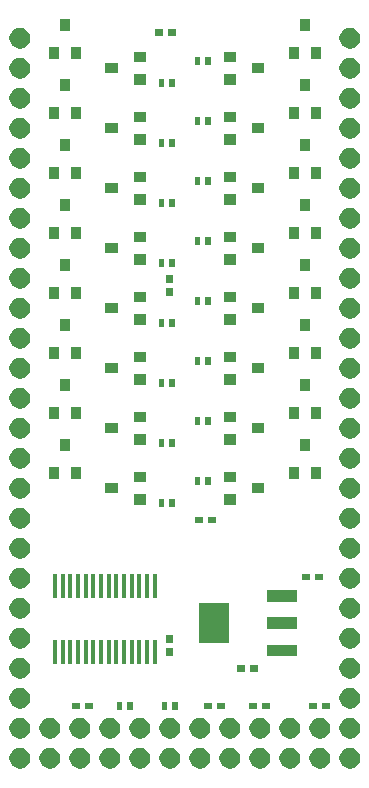
<source format=gbr>
G04 #@! TF.FileFunction,Soldermask,Top*
%FSLAX46Y46*%
G04 Gerber Fmt 4.6, Leading zero omitted, Abs format (unit mm)*
G04 Created by KiCad (PCBNEW 4.0.7) date Monday, October 08, 2018 'PMt' 05:16:59 PM*
%MOMM*%
%LPD*%
G01*
G04 APERTURE LIST*
%ADD10C,0.100000*%
G04 APERTURE END LIST*
D10*
G36*
X156301946Y-133745180D02*
X156470118Y-133779700D01*
X156628374Y-133846226D01*
X156770703Y-133942228D01*
X156891673Y-134064045D01*
X156986673Y-134207030D01*
X157052094Y-134365756D01*
X157085353Y-134533724D01*
X157085353Y-134533733D01*
X157085438Y-134534163D01*
X157082700Y-134730248D01*
X157082603Y-134730674D01*
X157082603Y-134730685D01*
X157044667Y-134897658D01*
X156974841Y-135054490D01*
X156875883Y-135194773D01*
X156751560Y-135313164D01*
X156606610Y-135405152D01*
X156446549Y-135467236D01*
X156277487Y-135497046D01*
X156105849Y-135493450D01*
X155938175Y-135456586D01*
X155780859Y-135387856D01*
X155639890Y-135289879D01*
X155520634Y-135166387D01*
X155427635Y-135022081D01*
X155364437Y-134862461D01*
X155333447Y-134693606D01*
X155335844Y-134521944D01*
X155371536Y-134354025D01*
X155439167Y-134196232D01*
X155536157Y-134054581D01*
X155658815Y-133934464D01*
X155802470Y-133840459D01*
X155961641Y-133776151D01*
X156130277Y-133743981D01*
X156301946Y-133745180D01*
X156301946Y-133745180D01*
G37*
G36*
X158841946Y-133745180D02*
X159010118Y-133779700D01*
X159168374Y-133846226D01*
X159310703Y-133942228D01*
X159431673Y-134064045D01*
X159526673Y-134207030D01*
X159592094Y-134365756D01*
X159625353Y-134533724D01*
X159625353Y-134533733D01*
X159625438Y-134534163D01*
X159622700Y-134730248D01*
X159622603Y-134730674D01*
X159622603Y-134730685D01*
X159584667Y-134897658D01*
X159514841Y-135054490D01*
X159415883Y-135194773D01*
X159291560Y-135313164D01*
X159146610Y-135405152D01*
X158986549Y-135467236D01*
X158817487Y-135497046D01*
X158645849Y-135493450D01*
X158478175Y-135456586D01*
X158320859Y-135387856D01*
X158179890Y-135289879D01*
X158060634Y-135166387D01*
X157967635Y-135022081D01*
X157904437Y-134862461D01*
X157873447Y-134693606D01*
X157875844Y-134521944D01*
X157911536Y-134354025D01*
X157979167Y-134196232D01*
X158076157Y-134054581D01*
X158198815Y-133934464D01*
X158342470Y-133840459D01*
X158501641Y-133776151D01*
X158670277Y-133743981D01*
X158841946Y-133745180D01*
X158841946Y-133745180D01*
G37*
G36*
X161381946Y-133745180D02*
X161550118Y-133779700D01*
X161708374Y-133846226D01*
X161850703Y-133942228D01*
X161971673Y-134064045D01*
X162066673Y-134207030D01*
X162132094Y-134365756D01*
X162165353Y-134533724D01*
X162165353Y-134533733D01*
X162165438Y-134534163D01*
X162162700Y-134730248D01*
X162162603Y-134730674D01*
X162162603Y-134730685D01*
X162124667Y-134897658D01*
X162054841Y-135054490D01*
X161955883Y-135194773D01*
X161831560Y-135313164D01*
X161686610Y-135405152D01*
X161526549Y-135467236D01*
X161357487Y-135497046D01*
X161185849Y-135493450D01*
X161018175Y-135456586D01*
X160860859Y-135387856D01*
X160719890Y-135289879D01*
X160600634Y-135166387D01*
X160507635Y-135022081D01*
X160444437Y-134862461D01*
X160413447Y-134693606D01*
X160415844Y-134521944D01*
X160451536Y-134354025D01*
X160519167Y-134196232D01*
X160616157Y-134054581D01*
X160738815Y-133934464D01*
X160882470Y-133840459D01*
X161041641Y-133776151D01*
X161210277Y-133743981D01*
X161381946Y-133745180D01*
X161381946Y-133745180D01*
G37*
G36*
X163921946Y-133745180D02*
X164090118Y-133779700D01*
X164248374Y-133846226D01*
X164390703Y-133942228D01*
X164511673Y-134064045D01*
X164606673Y-134207030D01*
X164672094Y-134365756D01*
X164705353Y-134533724D01*
X164705353Y-134533733D01*
X164705438Y-134534163D01*
X164702700Y-134730248D01*
X164702603Y-134730674D01*
X164702603Y-134730685D01*
X164664667Y-134897658D01*
X164594841Y-135054490D01*
X164495883Y-135194773D01*
X164371560Y-135313164D01*
X164226610Y-135405152D01*
X164066549Y-135467236D01*
X163897487Y-135497046D01*
X163725849Y-135493450D01*
X163558175Y-135456586D01*
X163400859Y-135387856D01*
X163259890Y-135289879D01*
X163140634Y-135166387D01*
X163047635Y-135022081D01*
X162984437Y-134862461D01*
X162953447Y-134693606D01*
X162955844Y-134521944D01*
X162991536Y-134354025D01*
X163059167Y-134196232D01*
X163156157Y-134054581D01*
X163278815Y-133934464D01*
X163422470Y-133840459D01*
X163581641Y-133776151D01*
X163750277Y-133743981D01*
X163921946Y-133745180D01*
X163921946Y-133745180D01*
G37*
G36*
X166461946Y-133745180D02*
X166630118Y-133779700D01*
X166788374Y-133846226D01*
X166930703Y-133942228D01*
X167051673Y-134064045D01*
X167146673Y-134207030D01*
X167212094Y-134365756D01*
X167245353Y-134533724D01*
X167245353Y-134533733D01*
X167245438Y-134534163D01*
X167242700Y-134730248D01*
X167242603Y-134730674D01*
X167242603Y-134730685D01*
X167204667Y-134897658D01*
X167134841Y-135054490D01*
X167035883Y-135194773D01*
X166911560Y-135313164D01*
X166766610Y-135405152D01*
X166606549Y-135467236D01*
X166437487Y-135497046D01*
X166265849Y-135493450D01*
X166098175Y-135456586D01*
X165940859Y-135387856D01*
X165799890Y-135289879D01*
X165680634Y-135166387D01*
X165587635Y-135022081D01*
X165524437Y-134862461D01*
X165493447Y-134693606D01*
X165495844Y-134521944D01*
X165531536Y-134354025D01*
X165599167Y-134196232D01*
X165696157Y-134054581D01*
X165818815Y-133934464D01*
X165962470Y-133840459D01*
X166121641Y-133776151D01*
X166290277Y-133743981D01*
X166461946Y-133745180D01*
X166461946Y-133745180D01*
G37*
G36*
X169001946Y-133745180D02*
X169170118Y-133779700D01*
X169328374Y-133846226D01*
X169470703Y-133942228D01*
X169591673Y-134064045D01*
X169686673Y-134207030D01*
X169752094Y-134365756D01*
X169785353Y-134533724D01*
X169785353Y-134533733D01*
X169785438Y-134534163D01*
X169782700Y-134730248D01*
X169782603Y-134730674D01*
X169782603Y-134730685D01*
X169744667Y-134897658D01*
X169674841Y-135054490D01*
X169575883Y-135194773D01*
X169451560Y-135313164D01*
X169306610Y-135405152D01*
X169146549Y-135467236D01*
X168977487Y-135497046D01*
X168805849Y-135493450D01*
X168638175Y-135456586D01*
X168480859Y-135387856D01*
X168339890Y-135289879D01*
X168220634Y-135166387D01*
X168127635Y-135022081D01*
X168064437Y-134862461D01*
X168033447Y-134693606D01*
X168035844Y-134521944D01*
X168071536Y-134354025D01*
X168139167Y-134196232D01*
X168236157Y-134054581D01*
X168358815Y-133934464D01*
X168502470Y-133840459D01*
X168661641Y-133776151D01*
X168830277Y-133743981D01*
X169001946Y-133745180D01*
X169001946Y-133745180D01*
G37*
G36*
X171541946Y-133745180D02*
X171710118Y-133779700D01*
X171868374Y-133846226D01*
X172010703Y-133942228D01*
X172131673Y-134064045D01*
X172226673Y-134207030D01*
X172292094Y-134365756D01*
X172325353Y-134533724D01*
X172325353Y-134533733D01*
X172325438Y-134534163D01*
X172322700Y-134730248D01*
X172322603Y-134730674D01*
X172322603Y-134730685D01*
X172284667Y-134897658D01*
X172214841Y-135054490D01*
X172115883Y-135194773D01*
X171991560Y-135313164D01*
X171846610Y-135405152D01*
X171686549Y-135467236D01*
X171517487Y-135497046D01*
X171345849Y-135493450D01*
X171178175Y-135456586D01*
X171020859Y-135387856D01*
X170879890Y-135289879D01*
X170760634Y-135166387D01*
X170667635Y-135022081D01*
X170604437Y-134862461D01*
X170573447Y-134693606D01*
X170575844Y-134521944D01*
X170611536Y-134354025D01*
X170679167Y-134196232D01*
X170776157Y-134054581D01*
X170898815Y-133934464D01*
X171042470Y-133840459D01*
X171201641Y-133776151D01*
X171370277Y-133743981D01*
X171541946Y-133745180D01*
X171541946Y-133745180D01*
G37*
G36*
X174081946Y-133745180D02*
X174250118Y-133779700D01*
X174408374Y-133846226D01*
X174550703Y-133942228D01*
X174671673Y-134064045D01*
X174766673Y-134207030D01*
X174832094Y-134365756D01*
X174865353Y-134533724D01*
X174865353Y-134533733D01*
X174865438Y-134534163D01*
X174862700Y-134730248D01*
X174862603Y-134730674D01*
X174862603Y-134730685D01*
X174824667Y-134897658D01*
X174754841Y-135054490D01*
X174655883Y-135194773D01*
X174531560Y-135313164D01*
X174386610Y-135405152D01*
X174226549Y-135467236D01*
X174057487Y-135497046D01*
X173885849Y-135493450D01*
X173718175Y-135456586D01*
X173560859Y-135387856D01*
X173419890Y-135289879D01*
X173300634Y-135166387D01*
X173207635Y-135022081D01*
X173144437Y-134862461D01*
X173113447Y-134693606D01*
X173115844Y-134521944D01*
X173151536Y-134354025D01*
X173219167Y-134196232D01*
X173316157Y-134054581D01*
X173438815Y-133934464D01*
X173582470Y-133840459D01*
X173741641Y-133776151D01*
X173910277Y-133743981D01*
X174081946Y-133745180D01*
X174081946Y-133745180D01*
G37*
G36*
X176621946Y-133745180D02*
X176790118Y-133779700D01*
X176948374Y-133846226D01*
X177090703Y-133942228D01*
X177211673Y-134064045D01*
X177306673Y-134207030D01*
X177372094Y-134365756D01*
X177405353Y-134533724D01*
X177405353Y-134533733D01*
X177405438Y-134534163D01*
X177402700Y-134730248D01*
X177402603Y-134730674D01*
X177402603Y-134730685D01*
X177364667Y-134897658D01*
X177294841Y-135054490D01*
X177195883Y-135194773D01*
X177071560Y-135313164D01*
X176926610Y-135405152D01*
X176766549Y-135467236D01*
X176597487Y-135497046D01*
X176425849Y-135493450D01*
X176258175Y-135456586D01*
X176100859Y-135387856D01*
X175959890Y-135289879D01*
X175840634Y-135166387D01*
X175747635Y-135022081D01*
X175684437Y-134862461D01*
X175653447Y-134693606D01*
X175655844Y-134521944D01*
X175691536Y-134354025D01*
X175759167Y-134196232D01*
X175856157Y-134054581D01*
X175978815Y-133934464D01*
X176122470Y-133840459D01*
X176281641Y-133776151D01*
X176450277Y-133743981D01*
X176621946Y-133745180D01*
X176621946Y-133745180D01*
G37*
G36*
X179161946Y-133745180D02*
X179330118Y-133779700D01*
X179488374Y-133846226D01*
X179630703Y-133942228D01*
X179751673Y-134064045D01*
X179846673Y-134207030D01*
X179912094Y-134365756D01*
X179945353Y-134533724D01*
X179945353Y-134533733D01*
X179945438Y-134534163D01*
X179942700Y-134730248D01*
X179942603Y-134730674D01*
X179942603Y-134730685D01*
X179904667Y-134897658D01*
X179834841Y-135054490D01*
X179735883Y-135194773D01*
X179611560Y-135313164D01*
X179466610Y-135405152D01*
X179306549Y-135467236D01*
X179137487Y-135497046D01*
X178965849Y-135493450D01*
X178798175Y-135456586D01*
X178640859Y-135387856D01*
X178499890Y-135289879D01*
X178380634Y-135166387D01*
X178287635Y-135022081D01*
X178224437Y-134862461D01*
X178193447Y-134693606D01*
X178195844Y-134521944D01*
X178231536Y-134354025D01*
X178299167Y-134196232D01*
X178396157Y-134054581D01*
X178518815Y-133934464D01*
X178662470Y-133840459D01*
X178821641Y-133776151D01*
X178990277Y-133743981D01*
X179161946Y-133745180D01*
X179161946Y-133745180D01*
G37*
G36*
X181701946Y-133745180D02*
X181870118Y-133779700D01*
X182028374Y-133846226D01*
X182170703Y-133942228D01*
X182291673Y-134064045D01*
X182386673Y-134207030D01*
X182452094Y-134365756D01*
X182485353Y-134533724D01*
X182485353Y-134533733D01*
X182485438Y-134534163D01*
X182482700Y-134730248D01*
X182482603Y-134730674D01*
X182482603Y-134730685D01*
X182444667Y-134897658D01*
X182374841Y-135054490D01*
X182275883Y-135194773D01*
X182151560Y-135313164D01*
X182006610Y-135405152D01*
X181846549Y-135467236D01*
X181677487Y-135497046D01*
X181505849Y-135493450D01*
X181338175Y-135456586D01*
X181180859Y-135387856D01*
X181039890Y-135289879D01*
X180920634Y-135166387D01*
X180827635Y-135022081D01*
X180764437Y-134862461D01*
X180733447Y-134693606D01*
X180735844Y-134521944D01*
X180771536Y-134354025D01*
X180839167Y-134196232D01*
X180936157Y-134054581D01*
X181058815Y-133934464D01*
X181202470Y-133840459D01*
X181361641Y-133776151D01*
X181530277Y-133743981D01*
X181701946Y-133745180D01*
X181701946Y-133745180D01*
G37*
G36*
X184241946Y-133745180D02*
X184410118Y-133779700D01*
X184568374Y-133846226D01*
X184710703Y-133942228D01*
X184831673Y-134064045D01*
X184926673Y-134207030D01*
X184992094Y-134365756D01*
X185025353Y-134533724D01*
X185025353Y-134533733D01*
X185025438Y-134534163D01*
X185022700Y-134730248D01*
X185022603Y-134730674D01*
X185022603Y-134730685D01*
X184984667Y-134897658D01*
X184914841Y-135054490D01*
X184815883Y-135194773D01*
X184691560Y-135313164D01*
X184546610Y-135405152D01*
X184386549Y-135467236D01*
X184217487Y-135497046D01*
X184045849Y-135493450D01*
X183878175Y-135456586D01*
X183720859Y-135387856D01*
X183579890Y-135289879D01*
X183460634Y-135166387D01*
X183367635Y-135022081D01*
X183304437Y-134862461D01*
X183273447Y-134693606D01*
X183275844Y-134521944D01*
X183311536Y-134354025D01*
X183379167Y-134196232D01*
X183476157Y-134054581D01*
X183598815Y-133934464D01*
X183742470Y-133840459D01*
X183901641Y-133776151D01*
X184070277Y-133743981D01*
X184241946Y-133745180D01*
X184241946Y-133745180D01*
G37*
G36*
X156301946Y-131205180D02*
X156470118Y-131239700D01*
X156628374Y-131306226D01*
X156770703Y-131402228D01*
X156891673Y-131524045D01*
X156986673Y-131667030D01*
X157052094Y-131825756D01*
X157085353Y-131993724D01*
X157085353Y-131993733D01*
X157085438Y-131994163D01*
X157082700Y-132190248D01*
X157082603Y-132190674D01*
X157082603Y-132190685D01*
X157044667Y-132357658D01*
X156974841Y-132514490D01*
X156875883Y-132654773D01*
X156751560Y-132773164D01*
X156606610Y-132865152D01*
X156446549Y-132927236D01*
X156277487Y-132957046D01*
X156105849Y-132953450D01*
X155938175Y-132916586D01*
X155780859Y-132847856D01*
X155639890Y-132749879D01*
X155520634Y-132626387D01*
X155427635Y-132482081D01*
X155364437Y-132322461D01*
X155333447Y-132153606D01*
X155335844Y-131981944D01*
X155371536Y-131814025D01*
X155439167Y-131656232D01*
X155536157Y-131514581D01*
X155658815Y-131394464D01*
X155802470Y-131300459D01*
X155961641Y-131236151D01*
X156130277Y-131203981D01*
X156301946Y-131205180D01*
X156301946Y-131205180D01*
G37*
G36*
X158841946Y-131205180D02*
X159010118Y-131239700D01*
X159168374Y-131306226D01*
X159310703Y-131402228D01*
X159431673Y-131524045D01*
X159526673Y-131667030D01*
X159592094Y-131825756D01*
X159625353Y-131993724D01*
X159625353Y-131993733D01*
X159625438Y-131994163D01*
X159622700Y-132190248D01*
X159622603Y-132190674D01*
X159622603Y-132190685D01*
X159584667Y-132357658D01*
X159514841Y-132514490D01*
X159415883Y-132654773D01*
X159291560Y-132773164D01*
X159146610Y-132865152D01*
X158986549Y-132927236D01*
X158817487Y-132957046D01*
X158645849Y-132953450D01*
X158478175Y-132916586D01*
X158320859Y-132847856D01*
X158179890Y-132749879D01*
X158060634Y-132626387D01*
X157967635Y-132482081D01*
X157904437Y-132322461D01*
X157873447Y-132153606D01*
X157875844Y-131981944D01*
X157911536Y-131814025D01*
X157979167Y-131656232D01*
X158076157Y-131514581D01*
X158198815Y-131394464D01*
X158342470Y-131300459D01*
X158501641Y-131236151D01*
X158670277Y-131203981D01*
X158841946Y-131205180D01*
X158841946Y-131205180D01*
G37*
G36*
X161381946Y-131205180D02*
X161550118Y-131239700D01*
X161708374Y-131306226D01*
X161850703Y-131402228D01*
X161971673Y-131524045D01*
X162066673Y-131667030D01*
X162132094Y-131825756D01*
X162165353Y-131993724D01*
X162165353Y-131993733D01*
X162165438Y-131994163D01*
X162162700Y-132190248D01*
X162162603Y-132190674D01*
X162162603Y-132190685D01*
X162124667Y-132357658D01*
X162054841Y-132514490D01*
X161955883Y-132654773D01*
X161831560Y-132773164D01*
X161686610Y-132865152D01*
X161526549Y-132927236D01*
X161357487Y-132957046D01*
X161185849Y-132953450D01*
X161018175Y-132916586D01*
X160860859Y-132847856D01*
X160719890Y-132749879D01*
X160600634Y-132626387D01*
X160507635Y-132482081D01*
X160444437Y-132322461D01*
X160413447Y-132153606D01*
X160415844Y-131981944D01*
X160451536Y-131814025D01*
X160519167Y-131656232D01*
X160616157Y-131514581D01*
X160738815Y-131394464D01*
X160882470Y-131300459D01*
X161041641Y-131236151D01*
X161210277Y-131203981D01*
X161381946Y-131205180D01*
X161381946Y-131205180D01*
G37*
G36*
X163921946Y-131205180D02*
X164090118Y-131239700D01*
X164248374Y-131306226D01*
X164390703Y-131402228D01*
X164511673Y-131524045D01*
X164606673Y-131667030D01*
X164672094Y-131825756D01*
X164705353Y-131993724D01*
X164705353Y-131993733D01*
X164705438Y-131994163D01*
X164702700Y-132190248D01*
X164702603Y-132190674D01*
X164702603Y-132190685D01*
X164664667Y-132357658D01*
X164594841Y-132514490D01*
X164495883Y-132654773D01*
X164371560Y-132773164D01*
X164226610Y-132865152D01*
X164066549Y-132927236D01*
X163897487Y-132957046D01*
X163725849Y-132953450D01*
X163558175Y-132916586D01*
X163400859Y-132847856D01*
X163259890Y-132749879D01*
X163140634Y-132626387D01*
X163047635Y-132482081D01*
X162984437Y-132322461D01*
X162953447Y-132153606D01*
X162955844Y-131981944D01*
X162991536Y-131814025D01*
X163059167Y-131656232D01*
X163156157Y-131514581D01*
X163278815Y-131394464D01*
X163422470Y-131300459D01*
X163581641Y-131236151D01*
X163750277Y-131203981D01*
X163921946Y-131205180D01*
X163921946Y-131205180D01*
G37*
G36*
X166461946Y-131205180D02*
X166630118Y-131239700D01*
X166788374Y-131306226D01*
X166930703Y-131402228D01*
X167051673Y-131524045D01*
X167146673Y-131667030D01*
X167212094Y-131825756D01*
X167245353Y-131993724D01*
X167245353Y-131993733D01*
X167245438Y-131994163D01*
X167242700Y-132190248D01*
X167242603Y-132190674D01*
X167242603Y-132190685D01*
X167204667Y-132357658D01*
X167134841Y-132514490D01*
X167035883Y-132654773D01*
X166911560Y-132773164D01*
X166766610Y-132865152D01*
X166606549Y-132927236D01*
X166437487Y-132957046D01*
X166265849Y-132953450D01*
X166098175Y-132916586D01*
X165940859Y-132847856D01*
X165799890Y-132749879D01*
X165680634Y-132626387D01*
X165587635Y-132482081D01*
X165524437Y-132322461D01*
X165493447Y-132153606D01*
X165495844Y-131981944D01*
X165531536Y-131814025D01*
X165599167Y-131656232D01*
X165696157Y-131514581D01*
X165818815Y-131394464D01*
X165962470Y-131300459D01*
X166121641Y-131236151D01*
X166290277Y-131203981D01*
X166461946Y-131205180D01*
X166461946Y-131205180D01*
G37*
G36*
X169001946Y-131205180D02*
X169170118Y-131239700D01*
X169328374Y-131306226D01*
X169470703Y-131402228D01*
X169591673Y-131524045D01*
X169686673Y-131667030D01*
X169752094Y-131825756D01*
X169785353Y-131993724D01*
X169785353Y-131993733D01*
X169785438Y-131994163D01*
X169782700Y-132190248D01*
X169782603Y-132190674D01*
X169782603Y-132190685D01*
X169744667Y-132357658D01*
X169674841Y-132514490D01*
X169575883Y-132654773D01*
X169451560Y-132773164D01*
X169306610Y-132865152D01*
X169146549Y-132927236D01*
X168977487Y-132957046D01*
X168805849Y-132953450D01*
X168638175Y-132916586D01*
X168480859Y-132847856D01*
X168339890Y-132749879D01*
X168220634Y-132626387D01*
X168127635Y-132482081D01*
X168064437Y-132322461D01*
X168033447Y-132153606D01*
X168035844Y-131981944D01*
X168071536Y-131814025D01*
X168139167Y-131656232D01*
X168236157Y-131514581D01*
X168358815Y-131394464D01*
X168502470Y-131300459D01*
X168661641Y-131236151D01*
X168830277Y-131203981D01*
X169001946Y-131205180D01*
X169001946Y-131205180D01*
G37*
G36*
X171541946Y-131205180D02*
X171710118Y-131239700D01*
X171868374Y-131306226D01*
X172010703Y-131402228D01*
X172131673Y-131524045D01*
X172226673Y-131667030D01*
X172292094Y-131825756D01*
X172325353Y-131993724D01*
X172325353Y-131993733D01*
X172325438Y-131994163D01*
X172322700Y-132190248D01*
X172322603Y-132190674D01*
X172322603Y-132190685D01*
X172284667Y-132357658D01*
X172214841Y-132514490D01*
X172115883Y-132654773D01*
X171991560Y-132773164D01*
X171846610Y-132865152D01*
X171686549Y-132927236D01*
X171517487Y-132957046D01*
X171345849Y-132953450D01*
X171178175Y-132916586D01*
X171020859Y-132847856D01*
X170879890Y-132749879D01*
X170760634Y-132626387D01*
X170667635Y-132482081D01*
X170604437Y-132322461D01*
X170573447Y-132153606D01*
X170575844Y-131981944D01*
X170611536Y-131814025D01*
X170679167Y-131656232D01*
X170776157Y-131514581D01*
X170898815Y-131394464D01*
X171042470Y-131300459D01*
X171201641Y-131236151D01*
X171370277Y-131203981D01*
X171541946Y-131205180D01*
X171541946Y-131205180D01*
G37*
G36*
X174081946Y-131205180D02*
X174250118Y-131239700D01*
X174408374Y-131306226D01*
X174550703Y-131402228D01*
X174671673Y-131524045D01*
X174766673Y-131667030D01*
X174832094Y-131825756D01*
X174865353Y-131993724D01*
X174865353Y-131993733D01*
X174865438Y-131994163D01*
X174862700Y-132190248D01*
X174862603Y-132190674D01*
X174862603Y-132190685D01*
X174824667Y-132357658D01*
X174754841Y-132514490D01*
X174655883Y-132654773D01*
X174531560Y-132773164D01*
X174386610Y-132865152D01*
X174226549Y-132927236D01*
X174057487Y-132957046D01*
X173885849Y-132953450D01*
X173718175Y-132916586D01*
X173560859Y-132847856D01*
X173419890Y-132749879D01*
X173300634Y-132626387D01*
X173207635Y-132482081D01*
X173144437Y-132322461D01*
X173113447Y-132153606D01*
X173115844Y-131981944D01*
X173151536Y-131814025D01*
X173219167Y-131656232D01*
X173316157Y-131514581D01*
X173438815Y-131394464D01*
X173582470Y-131300459D01*
X173741641Y-131236151D01*
X173910277Y-131203981D01*
X174081946Y-131205180D01*
X174081946Y-131205180D01*
G37*
G36*
X176621946Y-131205180D02*
X176790118Y-131239700D01*
X176948374Y-131306226D01*
X177090703Y-131402228D01*
X177211673Y-131524045D01*
X177306673Y-131667030D01*
X177372094Y-131825756D01*
X177405353Y-131993724D01*
X177405353Y-131993733D01*
X177405438Y-131994163D01*
X177402700Y-132190248D01*
X177402603Y-132190674D01*
X177402603Y-132190685D01*
X177364667Y-132357658D01*
X177294841Y-132514490D01*
X177195883Y-132654773D01*
X177071560Y-132773164D01*
X176926610Y-132865152D01*
X176766549Y-132927236D01*
X176597487Y-132957046D01*
X176425849Y-132953450D01*
X176258175Y-132916586D01*
X176100859Y-132847856D01*
X175959890Y-132749879D01*
X175840634Y-132626387D01*
X175747635Y-132482081D01*
X175684437Y-132322461D01*
X175653447Y-132153606D01*
X175655844Y-131981944D01*
X175691536Y-131814025D01*
X175759167Y-131656232D01*
X175856157Y-131514581D01*
X175978815Y-131394464D01*
X176122470Y-131300459D01*
X176281641Y-131236151D01*
X176450277Y-131203981D01*
X176621946Y-131205180D01*
X176621946Y-131205180D01*
G37*
G36*
X179161946Y-131205180D02*
X179330118Y-131239700D01*
X179488374Y-131306226D01*
X179630703Y-131402228D01*
X179751673Y-131524045D01*
X179846673Y-131667030D01*
X179912094Y-131825756D01*
X179945353Y-131993724D01*
X179945353Y-131993733D01*
X179945438Y-131994163D01*
X179942700Y-132190248D01*
X179942603Y-132190674D01*
X179942603Y-132190685D01*
X179904667Y-132357658D01*
X179834841Y-132514490D01*
X179735883Y-132654773D01*
X179611560Y-132773164D01*
X179466610Y-132865152D01*
X179306549Y-132927236D01*
X179137487Y-132957046D01*
X178965849Y-132953450D01*
X178798175Y-132916586D01*
X178640859Y-132847856D01*
X178499890Y-132749879D01*
X178380634Y-132626387D01*
X178287635Y-132482081D01*
X178224437Y-132322461D01*
X178193447Y-132153606D01*
X178195844Y-131981944D01*
X178231536Y-131814025D01*
X178299167Y-131656232D01*
X178396157Y-131514581D01*
X178518815Y-131394464D01*
X178662470Y-131300459D01*
X178821641Y-131236151D01*
X178990277Y-131203981D01*
X179161946Y-131205180D01*
X179161946Y-131205180D01*
G37*
G36*
X184241946Y-131205180D02*
X184410118Y-131239700D01*
X184568374Y-131306226D01*
X184710703Y-131402228D01*
X184831673Y-131524045D01*
X184926673Y-131667030D01*
X184992094Y-131825756D01*
X185025353Y-131993724D01*
X185025353Y-131993733D01*
X185025438Y-131994163D01*
X185022700Y-132190248D01*
X185022603Y-132190674D01*
X185022603Y-132190685D01*
X184984667Y-132357658D01*
X184914841Y-132514490D01*
X184815883Y-132654773D01*
X184691560Y-132773164D01*
X184546610Y-132865152D01*
X184386549Y-132927236D01*
X184217487Y-132957046D01*
X184045849Y-132953450D01*
X183878175Y-132916586D01*
X183720859Y-132847856D01*
X183579890Y-132749879D01*
X183460634Y-132626387D01*
X183367635Y-132482081D01*
X183304437Y-132322461D01*
X183273447Y-132153606D01*
X183275844Y-131981944D01*
X183311536Y-131814025D01*
X183379167Y-131656232D01*
X183476157Y-131514581D01*
X183598815Y-131394464D01*
X183742470Y-131300459D01*
X183901641Y-131236151D01*
X184070277Y-131203981D01*
X184241946Y-131205180D01*
X184241946Y-131205180D01*
G37*
G36*
X181701946Y-131205180D02*
X181870118Y-131239700D01*
X182028374Y-131306226D01*
X182170703Y-131402228D01*
X182291673Y-131524045D01*
X182386673Y-131667030D01*
X182452094Y-131825756D01*
X182485353Y-131993724D01*
X182485353Y-131993733D01*
X182485438Y-131994163D01*
X182482700Y-132190248D01*
X182482603Y-132190674D01*
X182482603Y-132190685D01*
X182444667Y-132357658D01*
X182374841Y-132514490D01*
X182275883Y-132654773D01*
X182151560Y-132773164D01*
X182006610Y-132865152D01*
X181846549Y-132927236D01*
X181677487Y-132957046D01*
X181505849Y-132953450D01*
X181338175Y-132916586D01*
X181180859Y-132847856D01*
X181039890Y-132749879D01*
X180920634Y-132626387D01*
X180827635Y-132482081D01*
X180764437Y-132322461D01*
X180733447Y-132153606D01*
X180735844Y-131981944D01*
X180771536Y-131814025D01*
X180839167Y-131656232D01*
X180936157Y-131514581D01*
X181058815Y-131394464D01*
X181202470Y-131300459D01*
X181361641Y-131236151D01*
X181530277Y-131203981D01*
X181701946Y-131205180D01*
X181701946Y-131205180D01*
G37*
G36*
X164875400Y-130500400D02*
X164424600Y-130500400D01*
X164424600Y-129849600D01*
X164875400Y-129849600D01*
X164875400Y-130500400D01*
X164875400Y-130500400D01*
G37*
G36*
X165775400Y-130500400D02*
X165324600Y-130500400D01*
X165324600Y-129849600D01*
X165775400Y-129849600D01*
X165775400Y-130500400D01*
X165775400Y-130500400D01*
G37*
G36*
X169585400Y-130500400D02*
X169134600Y-130500400D01*
X169134600Y-129849600D01*
X169585400Y-129849600D01*
X169585400Y-130500400D01*
X169585400Y-130500400D01*
G37*
G36*
X168685400Y-130500400D02*
X168234600Y-130500400D01*
X168234600Y-129849600D01*
X168685400Y-129849600D01*
X168685400Y-130500400D01*
X168685400Y-130500400D01*
G37*
G36*
X162419400Y-130450400D02*
X161768600Y-130450400D01*
X161768600Y-129899600D01*
X162419400Y-129899600D01*
X162419400Y-130450400D01*
X162419400Y-130450400D01*
G37*
G36*
X161319400Y-130450400D02*
X160668600Y-130450400D01*
X160668600Y-129899600D01*
X161319400Y-129899600D01*
X161319400Y-130450400D01*
X161319400Y-130450400D01*
G37*
G36*
X172495400Y-130450400D02*
X171844600Y-130450400D01*
X171844600Y-129899600D01*
X172495400Y-129899600D01*
X172495400Y-130450400D01*
X172495400Y-130450400D01*
G37*
G36*
X173595400Y-130450400D02*
X172944600Y-130450400D01*
X172944600Y-129899600D01*
X173595400Y-129899600D01*
X173595400Y-130450400D01*
X173595400Y-130450400D01*
G37*
G36*
X182485400Y-130450400D02*
X181834600Y-130450400D01*
X181834600Y-129899600D01*
X182485400Y-129899600D01*
X182485400Y-130450400D01*
X182485400Y-130450400D01*
G37*
G36*
X181385400Y-130450400D02*
X180734600Y-130450400D01*
X180734600Y-129899600D01*
X181385400Y-129899600D01*
X181385400Y-130450400D01*
X181385400Y-130450400D01*
G37*
G36*
X176305400Y-130450400D02*
X175654600Y-130450400D01*
X175654600Y-129899600D01*
X176305400Y-129899600D01*
X176305400Y-130450400D01*
X176305400Y-130450400D01*
G37*
G36*
X177405400Y-130450400D02*
X176754600Y-130450400D01*
X176754600Y-129899600D01*
X177405400Y-129899600D01*
X177405400Y-130450400D01*
X177405400Y-130450400D01*
G37*
G36*
X156301946Y-128665180D02*
X156470118Y-128699700D01*
X156628374Y-128766226D01*
X156770703Y-128862228D01*
X156891673Y-128984045D01*
X156986673Y-129127030D01*
X157052094Y-129285756D01*
X157085353Y-129453724D01*
X157085353Y-129453733D01*
X157085438Y-129454163D01*
X157082700Y-129650248D01*
X157082603Y-129650674D01*
X157082603Y-129650685D01*
X157044667Y-129817658D01*
X156974841Y-129974490D01*
X156875883Y-130114773D01*
X156751560Y-130233164D01*
X156606610Y-130325152D01*
X156446549Y-130387236D01*
X156277487Y-130417046D01*
X156105849Y-130413450D01*
X155938175Y-130376586D01*
X155780859Y-130307856D01*
X155639890Y-130209879D01*
X155520634Y-130086387D01*
X155427635Y-129942081D01*
X155364437Y-129782461D01*
X155333447Y-129613606D01*
X155335844Y-129441944D01*
X155371536Y-129274025D01*
X155439167Y-129116232D01*
X155536157Y-128974581D01*
X155658815Y-128854464D01*
X155802470Y-128760459D01*
X155961641Y-128696151D01*
X156130277Y-128663981D01*
X156301946Y-128665180D01*
X156301946Y-128665180D01*
G37*
G36*
X184241946Y-128665180D02*
X184410118Y-128699700D01*
X184568374Y-128766226D01*
X184710703Y-128862228D01*
X184831673Y-128984045D01*
X184926673Y-129127030D01*
X184992094Y-129285756D01*
X185025353Y-129453724D01*
X185025353Y-129453733D01*
X185025438Y-129454163D01*
X185022700Y-129650248D01*
X185022603Y-129650674D01*
X185022603Y-129650685D01*
X184984667Y-129817658D01*
X184914841Y-129974490D01*
X184815883Y-130114773D01*
X184691560Y-130233164D01*
X184546610Y-130325152D01*
X184386549Y-130387236D01*
X184217487Y-130417046D01*
X184045849Y-130413450D01*
X183878175Y-130376586D01*
X183720859Y-130307856D01*
X183579890Y-130209879D01*
X183460634Y-130086387D01*
X183367635Y-129942081D01*
X183304437Y-129782461D01*
X183273447Y-129613606D01*
X183275844Y-129441944D01*
X183311536Y-129274025D01*
X183379167Y-129116232D01*
X183476157Y-128974581D01*
X183598815Y-128854464D01*
X183742470Y-128760459D01*
X183901641Y-128696151D01*
X184070277Y-128663981D01*
X184241946Y-128665180D01*
X184241946Y-128665180D01*
G37*
G36*
X156301946Y-126125180D02*
X156470118Y-126159700D01*
X156628374Y-126226226D01*
X156770703Y-126322228D01*
X156891673Y-126444045D01*
X156986673Y-126587030D01*
X157052094Y-126745756D01*
X157085353Y-126913724D01*
X157085353Y-126913733D01*
X157085438Y-126914163D01*
X157082700Y-127110248D01*
X157082603Y-127110674D01*
X157082603Y-127110685D01*
X157044667Y-127277658D01*
X156974841Y-127434490D01*
X156875883Y-127574773D01*
X156751560Y-127693164D01*
X156606610Y-127785152D01*
X156446549Y-127847236D01*
X156277487Y-127877046D01*
X156105849Y-127873450D01*
X155938175Y-127836586D01*
X155780859Y-127767856D01*
X155639890Y-127669879D01*
X155520634Y-127546387D01*
X155427635Y-127402081D01*
X155364437Y-127242461D01*
X155333447Y-127073606D01*
X155335844Y-126901944D01*
X155371536Y-126734025D01*
X155439167Y-126576232D01*
X155536157Y-126434581D01*
X155658815Y-126314464D01*
X155802470Y-126220459D01*
X155961641Y-126156151D01*
X156130277Y-126123981D01*
X156301946Y-126125180D01*
X156301946Y-126125180D01*
G37*
G36*
X184241946Y-126125180D02*
X184410118Y-126159700D01*
X184568374Y-126226226D01*
X184710703Y-126322228D01*
X184831673Y-126444045D01*
X184926673Y-126587030D01*
X184992094Y-126745756D01*
X185025353Y-126913724D01*
X185025353Y-126913733D01*
X185025438Y-126914163D01*
X185022700Y-127110248D01*
X185022603Y-127110674D01*
X185022603Y-127110685D01*
X184984667Y-127277658D01*
X184914841Y-127434490D01*
X184815883Y-127574773D01*
X184691560Y-127693164D01*
X184546610Y-127785152D01*
X184386549Y-127847236D01*
X184217487Y-127877046D01*
X184045849Y-127873450D01*
X183878175Y-127836586D01*
X183720859Y-127767856D01*
X183579890Y-127669879D01*
X183460634Y-127546387D01*
X183367635Y-127402081D01*
X183304437Y-127242461D01*
X183273447Y-127073606D01*
X183275844Y-126901944D01*
X183311536Y-126734025D01*
X183379167Y-126576232D01*
X183476157Y-126434581D01*
X183598815Y-126314464D01*
X183742470Y-126220459D01*
X183901641Y-126156151D01*
X184070277Y-126123981D01*
X184241946Y-126125180D01*
X184241946Y-126125180D01*
G37*
G36*
X176389400Y-127275400D02*
X175738600Y-127275400D01*
X175738600Y-126724600D01*
X176389400Y-126724600D01*
X176389400Y-127275400D01*
X176389400Y-127275400D01*
G37*
G36*
X175289400Y-127275400D02*
X174638600Y-127275400D01*
X174638600Y-126724600D01*
X175289400Y-126724600D01*
X175289400Y-127275400D01*
X175289400Y-127275400D01*
G37*
G36*
X167815400Y-126640400D02*
X167464600Y-126640400D01*
X167464600Y-124589600D01*
X167815400Y-124589600D01*
X167815400Y-126640400D01*
X167815400Y-126640400D01*
G37*
G36*
X167165400Y-126640400D02*
X166814600Y-126640400D01*
X166814600Y-124589600D01*
X167165400Y-124589600D01*
X167165400Y-126640400D01*
X167165400Y-126640400D01*
G37*
G36*
X161965400Y-126640400D02*
X161614600Y-126640400D01*
X161614600Y-124589600D01*
X161965400Y-124589600D01*
X161965400Y-126640400D01*
X161965400Y-126640400D01*
G37*
G36*
X162615400Y-126640400D02*
X162264600Y-126640400D01*
X162264600Y-124589600D01*
X162615400Y-124589600D01*
X162615400Y-126640400D01*
X162615400Y-126640400D01*
G37*
G36*
X163265400Y-126640400D02*
X162914600Y-126640400D01*
X162914600Y-124589600D01*
X163265400Y-124589600D01*
X163265400Y-126640400D01*
X163265400Y-126640400D01*
G37*
G36*
X163915400Y-126640400D02*
X163564600Y-126640400D01*
X163564600Y-124589600D01*
X163915400Y-124589600D01*
X163915400Y-126640400D01*
X163915400Y-126640400D01*
G37*
G36*
X161315400Y-126640400D02*
X160964600Y-126640400D01*
X160964600Y-124589600D01*
X161315400Y-124589600D01*
X161315400Y-126640400D01*
X161315400Y-126640400D01*
G37*
G36*
X160665400Y-126640400D02*
X160314600Y-126640400D01*
X160314600Y-124589600D01*
X160665400Y-124589600D01*
X160665400Y-126640400D01*
X160665400Y-126640400D01*
G37*
G36*
X160015400Y-126640400D02*
X159664600Y-126640400D01*
X159664600Y-124589600D01*
X160015400Y-124589600D01*
X160015400Y-126640400D01*
X160015400Y-126640400D01*
G37*
G36*
X159365400Y-126640400D02*
X159014600Y-126640400D01*
X159014600Y-124589600D01*
X159365400Y-124589600D01*
X159365400Y-126640400D01*
X159365400Y-126640400D01*
G37*
G36*
X164565400Y-126640400D02*
X164214600Y-126640400D01*
X164214600Y-124589600D01*
X164565400Y-124589600D01*
X164565400Y-126640400D01*
X164565400Y-126640400D01*
G37*
G36*
X165215400Y-126640400D02*
X164864600Y-126640400D01*
X164864600Y-124589600D01*
X165215400Y-124589600D01*
X165215400Y-126640400D01*
X165215400Y-126640400D01*
G37*
G36*
X165865400Y-126640400D02*
X165514600Y-126640400D01*
X165514600Y-124589600D01*
X165865400Y-124589600D01*
X165865400Y-126640400D01*
X165865400Y-126640400D01*
G37*
G36*
X166515400Y-126640400D02*
X166164600Y-126640400D01*
X166164600Y-124589600D01*
X166515400Y-124589600D01*
X166515400Y-126640400D01*
X166515400Y-126640400D01*
G37*
G36*
X179710400Y-125990400D02*
X177159600Y-125990400D01*
X177159600Y-124989600D01*
X179710400Y-124989600D01*
X179710400Y-125990400D01*
X179710400Y-125990400D01*
G37*
G36*
X169185400Y-125970400D02*
X168634600Y-125970400D01*
X168634600Y-125319600D01*
X169185400Y-125319600D01*
X169185400Y-125970400D01*
X169185400Y-125970400D01*
G37*
G36*
X156301946Y-123585180D02*
X156470118Y-123619700D01*
X156628374Y-123686226D01*
X156770703Y-123782228D01*
X156891673Y-123904045D01*
X156986673Y-124047030D01*
X157052094Y-124205756D01*
X157085353Y-124373724D01*
X157085353Y-124373733D01*
X157085438Y-124374163D01*
X157082700Y-124570248D01*
X157082603Y-124570674D01*
X157082603Y-124570685D01*
X157044667Y-124737658D01*
X156974841Y-124894490D01*
X156875883Y-125034773D01*
X156751560Y-125153164D01*
X156606610Y-125245152D01*
X156446549Y-125307236D01*
X156277487Y-125337046D01*
X156105849Y-125333450D01*
X155938175Y-125296586D01*
X155780859Y-125227856D01*
X155639890Y-125129879D01*
X155520634Y-125006387D01*
X155427635Y-124862081D01*
X155364437Y-124702461D01*
X155333447Y-124533606D01*
X155335844Y-124361944D01*
X155371536Y-124194025D01*
X155439167Y-124036232D01*
X155536157Y-123894581D01*
X155658815Y-123774464D01*
X155802470Y-123680459D01*
X155961641Y-123616151D01*
X156130277Y-123583981D01*
X156301946Y-123585180D01*
X156301946Y-123585180D01*
G37*
G36*
X184241946Y-123585180D02*
X184410118Y-123619700D01*
X184568374Y-123686226D01*
X184710703Y-123782228D01*
X184831673Y-123904045D01*
X184926673Y-124047030D01*
X184992094Y-124205756D01*
X185025353Y-124373724D01*
X185025353Y-124373733D01*
X185025438Y-124374163D01*
X185022700Y-124570248D01*
X185022603Y-124570674D01*
X185022603Y-124570685D01*
X184984667Y-124737658D01*
X184914841Y-124894490D01*
X184815883Y-125034773D01*
X184691560Y-125153164D01*
X184546610Y-125245152D01*
X184386549Y-125307236D01*
X184217487Y-125337046D01*
X184045849Y-125333450D01*
X183878175Y-125296586D01*
X183720859Y-125227856D01*
X183579890Y-125129879D01*
X183460634Y-125006387D01*
X183367635Y-124862081D01*
X183304437Y-124702461D01*
X183273447Y-124533606D01*
X183275844Y-124361944D01*
X183311536Y-124194025D01*
X183379167Y-124036232D01*
X183476157Y-123894581D01*
X183598815Y-123774464D01*
X183742470Y-123680459D01*
X183901641Y-123616151D01*
X184070277Y-123583981D01*
X184241946Y-123585180D01*
X184241946Y-123585180D01*
G37*
G36*
X169185400Y-124870400D02*
X168634600Y-124870400D01*
X168634600Y-124219600D01*
X169185400Y-124219600D01*
X169185400Y-124870400D01*
X169185400Y-124870400D01*
G37*
G36*
X173910400Y-124865400D02*
X171359600Y-124865400D01*
X171359600Y-121514600D01*
X173910400Y-121514600D01*
X173910400Y-124865400D01*
X173910400Y-124865400D01*
G37*
G36*
X179710400Y-123690400D02*
X177159600Y-123690400D01*
X177159600Y-122689600D01*
X179710400Y-122689600D01*
X179710400Y-123690400D01*
X179710400Y-123690400D01*
G37*
G36*
X184241946Y-121045180D02*
X184410118Y-121079700D01*
X184568374Y-121146226D01*
X184710703Y-121242228D01*
X184831673Y-121364045D01*
X184926673Y-121507030D01*
X184992094Y-121665756D01*
X185025353Y-121833724D01*
X185025353Y-121833733D01*
X185025438Y-121834163D01*
X185022700Y-122030248D01*
X185022603Y-122030674D01*
X185022603Y-122030685D01*
X184984667Y-122197658D01*
X184914841Y-122354490D01*
X184815883Y-122494773D01*
X184691560Y-122613164D01*
X184546610Y-122705152D01*
X184386549Y-122767236D01*
X184217487Y-122797046D01*
X184045849Y-122793450D01*
X183878175Y-122756586D01*
X183720859Y-122687856D01*
X183579890Y-122589879D01*
X183460634Y-122466387D01*
X183367635Y-122322081D01*
X183304437Y-122162461D01*
X183273447Y-121993606D01*
X183275844Y-121821944D01*
X183311536Y-121654025D01*
X183379167Y-121496232D01*
X183476157Y-121354581D01*
X183598815Y-121234464D01*
X183742470Y-121140459D01*
X183901641Y-121076151D01*
X184070277Y-121043981D01*
X184241946Y-121045180D01*
X184241946Y-121045180D01*
G37*
G36*
X156301946Y-121045180D02*
X156470118Y-121079700D01*
X156628374Y-121146226D01*
X156770703Y-121242228D01*
X156891673Y-121364045D01*
X156986673Y-121507030D01*
X157052094Y-121665756D01*
X157085353Y-121833724D01*
X157085353Y-121833733D01*
X157085438Y-121834163D01*
X157082700Y-122030248D01*
X157082603Y-122030674D01*
X157082603Y-122030685D01*
X157044667Y-122197658D01*
X156974841Y-122354490D01*
X156875883Y-122494773D01*
X156751560Y-122613164D01*
X156606610Y-122705152D01*
X156446549Y-122767236D01*
X156277487Y-122797046D01*
X156105849Y-122793450D01*
X155938175Y-122756586D01*
X155780859Y-122687856D01*
X155639890Y-122589879D01*
X155520634Y-122466387D01*
X155427635Y-122322081D01*
X155364437Y-122162461D01*
X155333447Y-121993606D01*
X155335844Y-121821944D01*
X155371536Y-121654025D01*
X155439167Y-121496232D01*
X155536157Y-121354581D01*
X155658815Y-121234464D01*
X155802470Y-121140459D01*
X155961641Y-121076151D01*
X156130277Y-121043981D01*
X156301946Y-121045180D01*
X156301946Y-121045180D01*
G37*
G36*
X179710400Y-121390400D02*
X177159600Y-121390400D01*
X177159600Y-120389600D01*
X179710400Y-120389600D01*
X179710400Y-121390400D01*
X179710400Y-121390400D01*
G37*
G36*
X167165400Y-121040400D02*
X166814600Y-121040400D01*
X166814600Y-118989600D01*
X167165400Y-118989600D01*
X167165400Y-121040400D01*
X167165400Y-121040400D01*
G37*
G36*
X166515400Y-121040400D02*
X166164600Y-121040400D01*
X166164600Y-118989600D01*
X166515400Y-118989600D01*
X166515400Y-121040400D01*
X166515400Y-121040400D01*
G37*
G36*
X165865400Y-121040400D02*
X165514600Y-121040400D01*
X165514600Y-118989600D01*
X165865400Y-118989600D01*
X165865400Y-121040400D01*
X165865400Y-121040400D01*
G37*
G36*
X165215400Y-121040400D02*
X164864600Y-121040400D01*
X164864600Y-118989600D01*
X165215400Y-118989600D01*
X165215400Y-121040400D01*
X165215400Y-121040400D01*
G37*
G36*
X164565400Y-121040400D02*
X164214600Y-121040400D01*
X164214600Y-118989600D01*
X164565400Y-118989600D01*
X164565400Y-121040400D01*
X164565400Y-121040400D01*
G37*
G36*
X163915400Y-121040400D02*
X163564600Y-121040400D01*
X163564600Y-118989600D01*
X163915400Y-118989600D01*
X163915400Y-121040400D01*
X163915400Y-121040400D01*
G37*
G36*
X163265400Y-121040400D02*
X162914600Y-121040400D01*
X162914600Y-118989600D01*
X163265400Y-118989600D01*
X163265400Y-121040400D01*
X163265400Y-121040400D01*
G37*
G36*
X162615400Y-121040400D02*
X162264600Y-121040400D01*
X162264600Y-118989600D01*
X162615400Y-118989600D01*
X162615400Y-121040400D01*
X162615400Y-121040400D01*
G37*
G36*
X161965400Y-121040400D02*
X161614600Y-121040400D01*
X161614600Y-118989600D01*
X161965400Y-118989600D01*
X161965400Y-121040400D01*
X161965400Y-121040400D01*
G37*
G36*
X167815400Y-121040400D02*
X167464600Y-121040400D01*
X167464600Y-118989600D01*
X167815400Y-118989600D01*
X167815400Y-121040400D01*
X167815400Y-121040400D01*
G37*
G36*
X161315400Y-121040400D02*
X160964600Y-121040400D01*
X160964600Y-118989600D01*
X161315400Y-118989600D01*
X161315400Y-121040400D01*
X161315400Y-121040400D01*
G37*
G36*
X160665400Y-121040400D02*
X160314600Y-121040400D01*
X160314600Y-118989600D01*
X160665400Y-118989600D01*
X160665400Y-121040400D01*
X160665400Y-121040400D01*
G37*
G36*
X160015400Y-121040400D02*
X159664600Y-121040400D01*
X159664600Y-118989600D01*
X160015400Y-118989600D01*
X160015400Y-121040400D01*
X160015400Y-121040400D01*
G37*
G36*
X159365400Y-121040400D02*
X159014600Y-121040400D01*
X159014600Y-118989600D01*
X159365400Y-118989600D01*
X159365400Y-121040400D01*
X159365400Y-121040400D01*
G37*
G36*
X184241946Y-118505180D02*
X184410118Y-118539700D01*
X184568374Y-118606226D01*
X184710703Y-118702228D01*
X184831673Y-118824045D01*
X184926673Y-118967030D01*
X184992094Y-119125756D01*
X185025353Y-119293724D01*
X185025353Y-119293733D01*
X185025438Y-119294163D01*
X185022700Y-119490248D01*
X185022603Y-119490674D01*
X185022603Y-119490685D01*
X184984667Y-119657658D01*
X184914841Y-119814490D01*
X184815883Y-119954773D01*
X184691560Y-120073164D01*
X184546610Y-120165152D01*
X184386549Y-120227236D01*
X184217487Y-120257046D01*
X184045849Y-120253450D01*
X183878175Y-120216586D01*
X183720859Y-120147856D01*
X183579890Y-120049879D01*
X183460634Y-119926387D01*
X183367635Y-119782081D01*
X183304437Y-119622461D01*
X183273447Y-119453606D01*
X183275844Y-119281944D01*
X183311536Y-119114025D01*
X183379167Y-118956232D01*
X183476157Y-118814581D01*
X183598815Y-118694464D01*
X183742470Y-118600459D01*
X183901641Y-118536151D01*
X184070277Y-118503981D01*
X184241946Y-118505180D01*
X184241946Y-118505180D01*
G37*
G36*
X156301946Y-118505180D02*
X156470118Y-118539700D01*
X156628374Y-118606226D01*
X156770703Y-118702228D01*
X156891673Y-118824045D01*
X156986673Y-118967030D01*
X157052094Y-119125756D01*
X157085353Y-119293724D01*
X157085353Y-119293733D01*
X157085438Y-119294163D01*
X157082700Y-119490248D01*
X157082603Y-119490674D01*
X157082603Y-119490685D01*
X157044667Y-119657658D01*
X156974841Y-119814490D01*
X156875883Y-119954773D01*
X156751560Y-120073164D01*
X156606610Y-120165152D01*
X156446549Y-120227236D01*
X156277487Y-120257046D01*
X156105849Y-120253450D01*
X155938175Y-120216586D01*
X155780859Y-120147856D01*
X155639890Y-120049879D01*
X155520634Y-119926387D01*
X155427635Y-119782081D01*
X155364437Y-119622461D01*
X155333447Y-119453606D01*
X155335844Y-119281944D01*
X155371536Y-119114025D01*
X155439167Y-118956232D01*
X155536157Y-118814581D01*
X155658815Y-118694464D01*
X155802470Y-118600459D01*
X155961641Y-118536151D01*
X156130277Y-118503981D01*
X156301946Y-118505180D01*
X156301946Y-118505180D01*
G37*
G36*
X180750400Y-119528400D02*
X180099600Y-119528400D01*
X180099600Y-118977600D01*
X180750400Y-118977600D01*
X180750400Y-119528400D01*
X180750400Y-119528400D01*
G37*
G36*
X181850400Y-119528400D02*
X181199600Y-119528400D01*
X181199600Y-118977600D01*
X181850400Y-118977600D01*
X181850400Y-119528400D01*
X181850400Y-119528400D01*
G37*
G36*
X156301946Y-115965180D02*
X156470118Y-115999700D01*
X156628374Y-116066226D01*
X156770703Y-116162228D01*
X156891673Y-116284045D01*
X156986673Y-116427030D01*
X157052094Y-116585756D01*
X157085353Y-116753724D01*
X157085353Y-116753733D01*
X157085438Y-116754163D01*
X157082700Y-116950248D01*
X157082603Y-116950674D01*
X157082603Y-116950685D01*
X157044667Y-117117658D01*
X156974841Y-117274490D01*
X156875883Y-117414773D01*
X156751560Y-117533164D01*
X156606610Y-117625152D01*
X156446549Y-117687236D01*
X156277487Y-117717046D01*
X156105849Y-117713450D01*
X155938175Y-117676586D01*
X155780859Y-117607856D01*
X155639890Y-117509879D01*
X155520634Y-117386387D01*
X155427635Y-117242081D01*
X155364437Y-117082461D01*
X155333447Y-116913606D01*
X155335844Y-116741944D01*
X155371536Y-116574025D01*
X155439167Y-116416232D01*
X155536157Y-116274581D01*
X155658815Y-116154464D01*
X155802470Y-116060459D01*
X155961641Y-115996151D01*
X156130277Y-115963981D01*
X156301946Y-115965180D01*
X156301946Y-115965180D01*
G37*
G36*
X184241946Y-115965180D02*
X184410118Y-115999700D01*
X184568374Y-116066226D01*
X184710703Y-116162228D01*
X184831673Y-116284045D01*
X184926673Y-116427030D01*
X184992094Y-116585756D01*
X185025353Y-116753724D01*
X185025353Y-116753733D01*
X185025438Y-116754163D01*
X185022700Y-116950248D01*
X185022603Y-116950674D01*
X185022603Y-116950685D01*
X184984667Y-117117658D01*
X184914841Y-117274490D01*
X184815883Y-117414773D01*
X184691560Y-117533164D01*
X184546610Y-117625152D01*
X184386549Y-117687236D01*
X184217487Y-117717046D01*
X184045849Y-117713450D01*
X183878175Y-117676586D01*
X183720859Y-117607856D01*
X183579890Y-117509879D01*
X183460634Y-117386387D01*
X183367635Y-117242081D01*
X183304437Y-117082461D01*
X183273447Y-116913606D01*
X183275844Y-116741944D01*
X183311536Y-116574025D01*
X183379167Y-116416232D01*
X183476157Y-116274581D01*
X183598815Y-116154464D01*
X183742470Y-116060459D01*
X183901641Y-115996151D01*
X184070277Y-115963981D01*
X184241946Y-115965180D01*
X184241946Y-115965180D01*
G37*
G36*
X156301946Y-113425180D02*
X156470118Y-113459700D01*
X156628374Y-113526226D01*
X156770703Y-113622228D01*
X156891673Y-113744045D01*
X156986673Y-113887030D01*
X157052094Y-114045756D01*
X157085353Y-114213724D01*
X157085353Y-114213733D01*
X157085438Y-114214163D01*
X157082700Y-114410248D01*
X157082603Y-114410674D01*
X157082603Y-114410685D01*
X157044667Y-114577658D01*
X156974841Y-114734490D01*
X156875883Y-114874773D01*
X156751560Y-114993164D01*
X156606610Y-115085152D01*
X156446549Y-115147236D01*
X156277487Y-115177046D01*
X156105849Y-115173450D01*
X155938175Y-115136586D01*
X155780859Y-115067856D01*
X155639890Y-114969879D01*
X155520634Y-114846387D01*
X155427635Y-114702081D01*
X155364437Y-114542461D01*
X155333447Y-114373606D01*
X155335844Y-114201944D01*
X155371536Y-114034025D01*
X155439167Y-113876232D01*
X155536157Y-113734581D01*
X155658815Y-113614464D01*
X155802470Y-113520459D01*
X155961641Y-113456151D01*
X156130277Y-113423981D01*
X156301946Y-113425180D01*
X156301946Y-113425180D01*
G37*
G36*
X184241946Y-113425180D02*
X184410118Y-113459700D01*
X184568374Y-113526226D01*
X184710703Y-113622228D01*
X184831673Y-113744045D01*
X184926673Y-113887030D01*
X184992094Y-114045756D01*
X185025353Y-114213724D01*
X185025353Y-114213733D01*
X185025438Y-114214163D01*
X185022700Y-114410248D01*
X185022603Y-114410674D01*
X185022603Y-114410685D01*
X184984667Y-114577658D01*
X184914841Y-114734490D01*
X184815883Y-114874773D01*
X184691560Y-114993164D01*
X184546610Y-115085152D01*
X184386549Y-115147236D01*
X184217487Y-115177046D01*
X184045849Y-115173450D01*
X183878175Y-115136586D01*
X183720859Y-115067856D01*
X183579890Y-114969879D01*
X183460634Y-114846387D01*
X183367635Y-114702081D01*
X183304437Y-114542461D01*
X183273447Y-114373606D01*
X183275844Y-114201944D01*
X183311536Y-114034025D01*
X183379167Y-113876232D01*
X183476157Y-113734581D01*
X183598815Y-113614464D01*
X183742470Y-113520459D01*
X183901641Y-113456151D01*
X184070277Y-113423981D01*
X184241946Y-113425180D01*
X184241946Y-113425180D01*
G37*
G36*
X172833400Y-114702400D02*
X172182600Y-114702400D01*
X172182600Y-114151600D01*
X172833400Y-114151600D01*
X172833400Y-114702400D01*
X172833400Y-114702400D01*
G37*
G36*
X171733400Y-114702400D02*
X171082600Y-114702400D01*
X171082600Y-114151600D01*
X171733400Y-114151600D01*
X171733400Y-114702400D01*
X171733400Y-114702400D01*
G37*
G36*
X169331400Y-113355400D02*
X168880600Y-113355400D01*
X168880600Y-112704600D01*
X169331400Y-112704600D01*
X169331400Y-113355400D01*
X169331400Y-113355400D01*
G37*
G36*
X168431400Y-113355400D02*
X167980600Y-113355400D01*
X167980600Y-112704600D01*
X168431400Y-112704600D01*
X168431400Y-113355400D01*
X168431400Y-113355400D01*
G37*
G36*
X174515400Y-113135400D02*
X173464600Y-113135400D01*
X173464600Y-112284600D01*
X174515400Y-112284600D01*
X174515400Y-113135400D01*
X174515400Y-113135400D01*
G37*
G36*
X166895400Y-113135400D02*
X165844600Y-113135400D01*
X165844600Y-112284600D01*
X166895400Y-112284600D01*
X166895400Y-113135400D01*
X166895400Y-113135400D01*
G37*
G36*
X184241946Y-110885180D02*
X184410118Y-110919700D01*
X184568374Y-110986226D01*
X184710703Y-111082228D01*
X184831673Y-111204045D01*
X184926673Y-111347030D01*
X184992094Y-111505756D01*
X185025353Y-111673724D01*
X185025353Y-111673733D01*
X185025438Y-111674163D01*
X185022700Y-111870248D01*
X185022603Y-111870674D01*
X185022603Y-111870685D01*
X184984667Y-112037658D01*
X184914841Y-112194490D01*
X184815883Y-112334773D01*
X184691560Y-112453164D01*
X184546610Y-112545152D01*
X184386549Y-112607236D01*
X184217487Y-112637046D01*
X184045849Y-112633450D01*
X183878175Y-112596586D01*
X183720859Y-112527856D01*
X183579890Y-112429879D01*
X183460634Y-112306387D01*
X183367635Y-112162081D01*
X183304437Y-112002461D01*
X183273447Y-111833606D01*
X183275844Y-111661944D01*
X183311536Y-111494025D01*
X183379167Y-111336232D01*
X183476157Y-111194581D01*
X183598815Y-111074464D01*
X183742470Y-110980459D01*
X183901641Y-110916151D01*
X184070277Y-110883981D01*
X184241946Y-110885180D01*
X184241946Y-110885180D01*
G37*
G36*
X156301946Y-110885180D02*
X156470118Y-110919700D01*
X156628374Y-110986226D01*
X156770703Y-111082228D01*
X156891673Y-111204045D01*
X156986673Y-111347030D01*
X157052094Y-111505756D01*
X157085353Y-111673724D01*
X157085353Y-111673733D01*
X157085438Y-111674163D01*
X157082700Y-111870248D01*
X157082603Y-111870674D01*
X157082603Y-111870685D01*
X157044667Y-112037658D01*
X156974841Y-112194490D01*
X156875883Y-112334773D01*
X156751560Y-112453164D01*
X156606610Y-112545152D01*
X156446549Y-112607236D01*
X156277487Y-112637046D01*
X156105849Y-112633450D01*
X155938175Y-112596586D01*
X155780859Y-112527856D01*
X155639890Y-112429879D01*
X155520634Y-112306387D01*
X155427635Y-112162081D01*
X155364437Y-112002461D01*
X155333447Y-111833606D01*
X155335844Y-111661944D01*
X155371536Y-111494025D01*
X155439167Y-111336232D01*
X155536157Y-111194581D01*
X155658815Y-111074464D01*
X155802470Y-110980459D01*
X155961641Y-110916151D01*
X156130277Y-110883981D01*
X156301946Y-110885180D01*
X156301946Y-110885180D01*
G37*
G36*
X164495400Y-112185400D02*
X163444600Y-112185400D01*
X163444600Y-111334600D01*
X164495400Y-111334600D01*
X164495400Y-112185400D01*
X164495400Y-112185400D01*
G37*
G36*
X176915400Y-112185400D02*
X175864600Y-112185400D01*
X175864600Y-111334600D01*
X176915400Y-111334600D01*
X176915400Y-112185400D01*
X176915400Y-112185400D01*
G37*
G36*
X172379400Y-111450400D02*
X171928600Y-111450400D01*
X171928600Y-110799600D01*
X172379400Y-110799600D01*
X172379400Y-111450400D01*
X172379400Y-111450400D01*
G37*
G36*
X171479400Y-111450400D02*
X171028600Y-111450400D01*
X171028600Y-110799600D01*
X171479400Y-110799600D01*
X171479400Y-111450400D01*
X171479400Y-111450400D01*
G37*
G36*
X166895400Y-111235400D02*
X165844600Y-111235400D01*
X165844600Y-110384600D01*
X166895400Y-110384600D01*
X166895400Y-111235400D01*
X166895400Y-111235400D01*
G37*
G36*
X174515400Y-111235400D02*
X173464600Y-111235400D01*
X173464600Y-110384600D01*
X174515400Y-110384600D01*
X174515400Y-111235400D01*
X174515400Y-111235400D01*
G37*
G36*
X159495400Y-111015400D02*
X158644600Y-111015400D01*
X158644600Y-109964600D01*
X159495400Y-109964600D01*
X159495400Y-111015400D01*
X159495400Y-111015400D01*
G37*
G36*
X161395400Y-111015400D02*
X160544600Y-111015400D01*
X160544600Y-109964600D01*
X161395400Y-109964600D01*
X161395400Y-111015400D01*
X161395400Y-111015400D01*
G37*
G36*
X179815400Y-111015400D02*
X178964600Y-111015400D01*
X178964600Y-109964600D01*
X179815400Y-109964600D01*
X179815400Y-111015400D01*
X179815400Y-111015400D01*
G37*
G36*
X181715400Y-111015400D02*
X180864600Y-111015400D01*
X180864600Y-109964600D01*
X181715400Y-109964600D01*
X181715400Y-111015400D01*
X181715400Y-111015400D01*
G37*
G36*
X156301946Y-108345180D02*
X156470118Y-108379700D01*
X156628374Y-108446226D01*
X156770703Y-108542228D01*
X156891673Y-108664045D01*
X156986673Y-108807030D01*
X157052094Y-108965756D01*
X157085353Y-109133724D01*
X157085353Y-109133733D01*
X157085438Y-109134163D01*
X157082700Y-109330248D01*
X157082603Y-109330674D01*
X157082603Y-109330685D01*
X157044667Y-109497658D01*
X156974841Y-109654490D01*
X156875883Y-109794773D01*
X156751560Y-109913164D01*
X156606610Y-110005152D01*
X156446549Y-110067236D01*
X156277487Y-110097046D01*
X156105849Y-110093450D01*
X155938175Y-110056586D01*
X155780859Y-109987856D01*
X155639890Y-109889879D01*
X155520634Y-109766387D01*
X155427635Y-109622081D01*
X155364437Y-109462461D01*
X155333447Y-109293606D01*
X155335844Y-109121944D01*
X155371536Y-108954025D01*
X155439167Y-108796232D01*
X155536157Y-108654581D01*
X155658815Y-108534464D01*
X155802470Y-108440459D01*
X155961641Y-108376151D01*
X156130277Y-108343981D01*
X156301946Y-108345180D01*
X156301946Y-108345180D01*
G37*
G36*
X184241946Y-108345180D02*
X184410118Y-108379700D01*
X184568374Y-108446226D01*
X184710703Y-108542228D01*
X184831673Y-108664045D01*
X184926673Y-108807030D01*
X184992094Y-108965756D01*
X185025353Y-109133724D01*
X185025353Y-109133733D01*
X185025438Y-109134163D01*
X185022700Y-109330248D01*
X185022603Y-109330674D01*
X185022603Y-109330685D01*
X184984667Y-109497658D01*
X184914841Y-109654490D01*
X184815883Y-109794773D01*
X184691560Y-109913164D01*
X184546610Y-110005152D01*
X184386549Y-110067236D01*
X184217487Y-110097046D01*
X184045849Y-110093450D01*
X183878175Y-110056586D01*
X183720859Y-109987856D01*
X183579890Y-109889879D01*
X183460634Y-109766387D01*
X183367635Y-109622081D01*
X183304437Y-109462461D01*
X183273447Y-109293606D01*
X183275844Y-109121944D01*
X183311536Y-108954025D01*
X183379167Y-108796232D01*
X183476157Y-108654581D01*
X183598815Y-108534464D01*
X183742470Y-108440459D01*
X183901641Y-108376151D01*
X184070277Y-108343981D01*
X184241946Y-108345180D01*
X184241946Y-108345180D01*
G37*
G36*
X180765400Y-108615400D02*
X179914600Y-108615400D01*
X179914600Y-107564600D01*
X180765400Y-107564600D01*
X180765400Y-108615400D01*
X180765400Y-108615400D01*
G37*
G36*
X160445400Y-108615400D02*
X159594600Y-108615400D01*
X159594600Y-107564600D01*
X160445400Y-107564600D01*
X160445400Y-108615400D01*
X160445400Y-108615400D01*
G37*
G36*
X168431400Y-108275400D02*
X167980600Y-108275400D01*
X167980600Y-107624600D01*
X168431400Y-107624600D01*
X168431400Y-108275400D01*
X168431400Y-108275400D01*
G37*
G36*
X169331400Y-108275400D02*
X168880600Y-108275400D01*
X168880600Y-107624600D01*
X169331400Y-107624600D01*
X169331400Y-108275400D01*
X169331400Y-108275400D01*
G37*
G36*
X166895400Y-108055400D02*
X165844600Y-108055400D01*
X165844600Y-107204600D01*
X166895400Y-107204600D01*
X166895400Y-108055400D01*
X166895400Y-108055400D01*
G37*
G36*
X174515400Y-108055400D02*
X173464600Y-108055400D01*
X173464600Y-107204600D01*
X174515400Y-107204600D01*
X174515400Y-108055400D01*
X174515400Y-108055400D01*
G37*
G36*
X156301946Y-105805180D02*
X156470118Y-105839700D01*
X156628374Y-105906226D01*
X156770703Y-106002228D01*
X156891673Y-106124045D01*
X156986673Y-106267030D01*
X157052094Y-106425756D01*
X157085353Y-106593724D01*
X157085353Y-106593733D01*
X157085438Y-106594163D01*
X157082700Y-106790248D01*
X157082603Y-106790674D01*
X157082603Y-106790685D01*
X157044667Y-106957658D01*
X156974841Y-107114490D01*
X156875883Y-107254773D01*
X156751560Y-107373164D01*
X156606610Y-107465152D01*
X156446549Y-107527236D01*
X156277487Y-107557046D01*
X156105849Y-107553450D01*
X155938175Y-107516586D01*
X155780859Y-107447856D01*
X155639890Y-107349879D01*
X155520634Y-107226387D01*
X155427635Y-107082081D01*
X155364437Y-106922461D01*
X155333447Y-106753606D01*
X155335844Y-106581944D01*
X155371536Y-106414025D01*
X155439167Y-106256232D01*
X155536157Y-106114581D01*
X155658815Y-105994464D01*
X155802470Y-105900459D01*
X155961641Y-105836151D01*
X156130277Y-105803981D01*
X156301946Y-105805180D01*
X156301946Y-105805180D01*
G37*
G36*
X184241946Y-105805180D02*
X184410118Y-105839700D01*
X184568374Y-105906226D01*
X184710703Y-106002228D01*
X184831673Y-106124045D01*
X184926673Y-106267030D01*
X184992094Y-106425756D01*
X185025353Y-106593724D01*
X185025353Y-106593733D01*
X185025438Y-106594163D01*
X185022700Y-106790248D01*
X185022603Y-106790674D01*
X185022603Y-106790685D01*
X184984667Y-106957658D01*
X184914841Y-107114490D01*
X184815883Y-107254773D01*
X184691560Y-107373164D01*
X184546610Y-107465152D01*
X184386549Y-107527236D01*
X184217487Y-107557046D01*
X184045849Y-107553450D01*
X183878175Y-107516586D01*
X183720859Y-107447856D01*
X183579890Y-107349879D01*
X183460634Y-107226387D01*
X183367635Y-107082081D01*
X183304437Y-106922461D01*
X183273447Y-106753606D01*
X183275844Y-106581944D01*
X183311536Y-106414025D01*
X183379167Y-106256232D01*
X183476157Y-106114581D01*
X183598815Y-105994464D01*
X183742470Y-105900459D01*
X183901641Y-105836151D01*
X184070277Y-105803981D01*
X184241946Y-105805180D01*
X184241946Y-105805180D01*
G37*
G36*
X164495400Y-107105400D02*
X163444600Y-107105400D01*
X163444600Y-106254600D01*
X164495400Y-106254600D01*
X164495400Y-107105400D01*
X164495400Y-107105400D01*
G37*
G36*
X176915400Y-107105400D02*
X175864600Y-107105400D01*
X175864600Y-106254600D01*
X176915400Y-106254600D01*
X176915400Y-107105400D01*
X176915400Y-107105400D01*
G37*
G36*
X171479400Y-106370400D02*
X171028600Y-106370400D01*
X171028600Y-105719600D01*
X171479400Y-105719600D01*
X171479400Y-106370400D01*
X171479400Y-106370400D01*
G37*
G36*
X172379400Y-106370400D02*
X171928600Y-106370400D01*
X171928600Y-105719600D01*
X172379400Y-105719600D01*
X172379400Y-106370400D01*
X172379400Y-106370400D01*
G37*
G36*
X166895400Y-106155400D02*
X165844600Y-106155400D01*
X165844600Y-105304600D01*
X166895400Y-105304600D01*
X166895400Y-106155400D01*
X166895400Y-106155400D01*
G37*
G36*
X174515400Y-106155400D02*
X173464600Y-106155400D01*
X173464600Y-105304600D01*
X174515400Y-105304600D01*
X174515400Y-106155400D01*
X174515400Y-106155400D01*
G37*
G36*
X179815400Y-105935400D02*
X178964600Y-105935400D01*
X178964600Y-104884600D01*
X179815400Y-104884600D01*
X179815400Y-105935400D01*
X179815400Y-105935400D01*
G37*
G36*
X181715400Y-105935400D02*
X180864600Y-105935400D01*
X180864600Y-104884600D01*
X181715400Y-104884600D01*
X181715400Y-105935400D01*
X181715400Y-105935400D01*
G37*
G36*
X161395400Y-105935400D02*
X160544600Y-105935400D01*
X160544600Y-104884600D01*
X161395400Y-104884600D01*
X161395400Y-105935400D01*
X161395400Y-105935400D01*
G37*
G36*
X159495400Y-105935400D02*
X158644600Y-105935400D01*
X158644600Y-104884600D01*
X159495400Y-104884600D01*
X159495400Y-105935400D01*
X159495400Y-105935400D01*
G37*
G36*
X156301946Y-103265180D02*
X156470118Y-103299700D01*
X156628374Y-103366226D01*
X156770703Y-103462228D01*
X156891673Y-103584045D01*
X156986673Y-103727030D01*
X157052094Y-103885756D01*
X157085353Y-104053724D01*
X157085353Y-104053733D01*
X157085438Y-104054163D01*
X157082700Y-104250248D01*
X157082603Y-104250674D01*
X157082603Y-104250685D01*
X157044667Y-104417658D01*
X156974841Y-104574490D01*
X156875883Y-104714773D01*
X156751560Y-104833164D01*
X156606610Y-104925152D01*
X156446549Y-104987236D01*
X156277487Y-105017046D01*
X156105849Y-105013450D01*
X155938175Y-104976586D01*
X155780859Y-104907856D01*
X155639890Y-104809879D01*
X155520634Y-104686387D01*
X155427635Y-104542081D01*
X155364437Y-104382461D01*
X155333447Y-104213606D01*
X155335844Y-104041944D01*
X155371536Y-103874025D01*
X155439167Y-103716232D01*
X155536157Y-103574581D01*
X155658815Y-103454464D01*
X155802470Y-103360459D01*
X155961641Y-103296151D01*
X156130277Y-103263981D01*
X156301946Y-103265180D01*
X156301946Y-103265180D01*
G37*
G36*
X184241946Y-103265180D02*
X184410118Y-103299700D01*
X184568374Y-103366226D01*
X184710703Y-103462228D01*
X184831673Y-103584045D01*
X184926673Y-103727030D01*
X184992094Y-103885756D01*
X185025353Y-104053724D01*
X185025353Y-104053733D01*
X185025438Y-104054163D01*
X185022700Y-104250248D01*
X185022603Y-104250674D01*
X185022603Y-104250685D01*
X184984667Y-104417658D01*
X184914841Y-104574490D01*
X184815883Y-104714773D01*
X184691560Y-104833164D01*
X184546610Y-104925152D01*
X184386549Y-104987236D01*
X184217487Y-105017046D01*
X184045849Y-105013450D01*
X183878175Y-104976586D01*
X183720859Y-104907856D01*
X183579890Y-104809879D01*
X183460634Y-104686387D01*
X183367635Y-104542081D01*
X183304437Y-104382461D01*
X183273447Y-104213606D01*
X183275844Y-104041944D01*
X183311536Y-103874025D01*
X183379167Y-103716232D01*
X183476157Y-103574581D01*
X183598815Y-103454464D01*
X183742470Y-103360459D01*
X183901641Y-103296151D01*
X184070277Y-103263981D01*
X184241946Y-103265180D01*
X184241946Y-103265180D01*
G37*
G36*
X160445400Y-103535400D02*
X159594600Y-103535400D01*
X159594600Y-102484600D01*
X160445400Y-102484600D01*
X160445400Y-103535400D01*
X160445400Y-103535400D01*
G37*
G36*
X180765400Y-103535400D02*
X179914600Y-103535400D01*
X179914600Y-102484600D01*
X180765400Y-102484600D01*
X180765400Y-103535400D01*
X180765400Y-103535400D01*
G37*
G36*
X169331400Y-103195400D02*
X168880600Y-103195400D01*
X168880600Y-102544600D01*
X169331400Y-102544600D01*
X169331400Y-103195400D01*
X169331400Y-103195400D01*
G37*
G36*
X168431400Y-103195400D02*
X167980600Y-103195400D01*
X167980600Y-102544600D01*
X168431400Y-102544600D01*
X168431400Y-103195400D01*
X168431400Y-103195400D01*
G37*
G36*
X166895400Y-102975400D02*
X165844600Y-102975400D01*
X165844600Y-102124600D01*
X166895400Y-102124600D01*
X166895400Y-102975400D01*
X166895400Y-102975400D01*
G37*
G36*
X174515400Y-102975400D02*
X173464600Y-102975400D01*
X173464600Y-102124600D01*
X174515400Y-102124600D01*
X174515400Y-102975400D01*
X174515400Y-102975400D01*
G37*
G36*
X156301946Y-100725180D02*
X156470118Y-100759700D01*
X156628374Y-100826226D01*
X156770703Y-100922228D01*
X156891673Y-101044045D01*
X156986673Y-101187030D01*
X157052094Y-101345756D01*
X157085353Y-101513724D01*
X157085353Y-101513733D01*
X157085438Y-101514163D01*
X157082700Y-101710248D01*
X157082603Y-101710674D01*
X157082603Y-101710685D01*
X157044667Y-101877658D01*
X156974841Y-102034490D01*
X156875883Y-102174773D01*
X156751560Y-102293164D01*
X156606610Y-102385152D01*
X156446549Y-102447236D01*
X156277487Y-102477046D01*
X156105849Y-102473450D01*
X155938175Y-102436586D01*
X155780859Y-102367856D01*
X155639890Y-102269879D01*
X155520634Y-102146387D01*
X155427635Y-102002081D01*
X155364437Y-101842461D01*
X155333447Y-101673606D01*
X155335844Y-101501944D01*
X155371536Y-101334025D01*
X155439167Y-101176232D01*
X155536157Y-101034581D01*
X155658815Y-100914464D01*
X155802470Y-100820459D01*
X155961641Y-100756151D01*
X156130277Y-100723981D01*
X156301946Y-100725180D01*
X156301946Y-100725180D01*
G37*
G36*
X184241946Y-100725180D02*
X184410118Y-100759700D01*
X184568374Y-100826226D01*
X184710703Y-100922228D01*
X184831673Y-101044045D01*
X184926673Y-101187030D01*
X184992094Y-101345756D01*
X185025353Y-101513724D01*
X185025353Y-101513733D01*
X185025438Y-101514163D01*
X185022700Y-101710248D01*
X185022603Y-101710674D01*
X185022603Y-101710685D01*
X184984667Y-101877658D01*
X184914841Y-102034490D01*
X184815883Y-102174773D01*
X184691560Y-102293164D01*
X184546610Y-102385152D01*
X184386549Y-102447236D01*
X184217487Y-102477046D01*
X184045849Y-102473450D01*
X183878175Y-102436586D01*
X183720859Y-102367856D01*
X183579890Y-102269879D01*
X183460634Y-102146387D01*
X183367635Y-102002081D01*
X183304437Y-101842461D01*
X183273447Y-101673606D01*
X183275844Y-101501944D01*
X183311536Y-101334025D01*
X183379167Y-101176232D01*
X183476157Y-101034581D01*
X183598815Y-100914464D01*
X183742470Y-100820459D01*
X183901641Y-100756151D01*
X184070277Y-100723981D01*
X184241946Y-100725180D01*
X184241946Y-100725180D01*
G37*
G36*
X164495400Y-102025400D02*
X163444600Y-102025400D01*
X163444600Y-101174600D01*
X164495400Y-101174600D01*
X164495400Y-102025400D01*
X164495400Y-102025400D01*
G37*
G36*
X176915400Y-102025400D02*
X175864600Y-102025400D01*
X175864600Y-101174600D01*
X176915400Y-101174600D01*
X176915400Y-102025400D01*
X176915400Y-102025400D01*
G37*
G36*
X172379400Y-101290400D02*
X171928600Y-101290400D01*
X171928600Y-100639600D01*
X172379400Y-100639600D01*
X172379400Y-101290400D01*
X172379400Y-101290400D01*
G37*
G36*
X171479400Y-101290400D02*
X171028600Y-101290400D01*
X171028600Y-100639600D01*
X171479400Y-100639600D01*
X171479400Y-101290400D01*
X171479400Y-101290400D01*
G37*
G36*
X166895400Y-101075400D02*
X165844600Y-101075400D01*
X165844600Y-100224600D01*
X166895400Y-100224600D01*
X166895400Y-101075400D01*
X166895400Y-101075400D01*
G37*
G36*
X174515400Y-101075400D02*
X173464600Y-101075400D01*
X173464600Y-100224600D01*
X174515400Y-100224600D01*
X174515400Y-101075400D01*
X174515400Y-101075400D01*
G37*
G36*
X159495400Y-100855400D02*
X158644600Y-100855400D01*
X158644600Y-99804600D01*
X159495400Y-99804600D01*
X159495400Y-100855400D01*
X159495400Y-100855400D01*
G37*
G36*
X161395400Y-100855400D02*
X160544600Y-100855400D01*
X160544600Y-99804600D01*
X161395400Y-99804600D01*
X161395400Y-100855400D01*
X161395400Y-100855400D01*
G37*
G36*
X179815400Y-100855400D02*
X178964600Y-100855400D01*
X178964600Y-99804600D01*
X179815400Y-99804600D01*
X179815400Y-100855400D01*
X179815400Y-100855400D01*
G37*
G36*
X181715400Y-100855400D02*
X180864600Y-100855400D01*
X180864600Y-99804600D01*
X181715400Y-99804600D01*
X181715400Y-100855400D01*
X181715400Y-100855400D01*
G37*
G36*
X184241946Y-98185180D02*
X184410118Y-98219700D01*
X184568374Y-98286226D01*
X184710703Y-98382228D01*
X184831673Y-98504045D01*
X184926673Y-98647030D01*
X184992094Y-98805756D01*
X185025353Y-98973724D01*
X185025353Y-98973733D01*
X185025438Y-98974163D01*
X185022700Y-99170248D01*
X185022603Y-99170674D01*
X185022603Y-99170685D01*
X184984667Y-99337658D01*
X184914841Y-99494490D01*
X184815883Y-99634773D01*
X184691560Y-99753164D01*
X184546610Y-99845152D01*
X184386549Y-99907236D01*
X184217487Y-99937046D01*
X184045849Y-99933450D01*
X183878175Y-99896586D01*
X183720859Y-99827856D01*
X183579890Y-99729879D01*
X183460634Y-99606387D01*
X183367635Y-99462081D01*
X183304437Y-99302461D01*
X183273447Y-99133606D01*
X183275844Y-98961944D01*
X183311536Y-98794025D01*
X183379167Y-98636232D01*
X183476157Y-98494581D01*
X183598815Y-98374464D01*
X183742470Y-98280459D01*
X183901641Y-98216151D01*
X184070277Y-98183981D01*
X184241946Y-98185180D01*
X184241946Y-98185180D01*
G37*
G36*
X156301946Y-98185180D02*
X156470118Y-98219700D01*
X156628374Y-98286226D01*
X156770703Y-98382228D01*
X156891673Y-98504045D01*
X156986673Y-98647030D01*
X157052094Y-98805756D01*
X157085353Y-98973724D01*
X157085353Y-98973733D01*
X157085438Y-98974163D01*
X157082700Y-99170248D01*
X157082603Y-99170674D01*
X157082603Y-99170685D01*
X157044667Y-99337658D01*
X156974841Y-99494490D01*
X156875883Y-99634773D01*
X156751560Y-99753164D01*
X156606610Y-99845152D01*
X156446549Y-99907236D01*
X156277487Y-99937046D01*
X156105849Y-99933450D01*
X155938175Y-99896586D01*
X155780859Y-99827856D01*
X155639890Y-99729879D01*
X155520634Y-99606387D01*
X155427635Y-99462081D01*
X155364437Y-99302461D01*
X155333447Y-99133606D01*
X155335844Y-98961944D01*
X155371536Y-98794025D01*
X155439167Y-98636232D01*
X155536157Y-98494581D01*
X155658815Y-98374464D01*
X155802470Y-98280459D01*
X155961641Y-98216151D01*
X156130277Y-98183981D01*
X156301946Y-98185180D01*
X156301946Y-98185180D01*
G37*
G36*
X180765400Y-98455400D02*
X179914600Y-98455400D01*
X179914600Y-97404600D01*
X180765400Y-97404600D01*
X180765400Y-98455400D01*
X180765400Y-98455400D01*
G37*
G36*
X160445400Y-98455400D02*
X159594600Y-98455400D01*
X159594600Y-97404600D01*
X160445400Y-97404600D01*
X160445400Y-98455400D01*
X160445400Y-98455400D01*
G37*
G36*
X168431400Y-98115400D02*
X167980600Y-98115400D01*
X167980600Y-97464600D01*
X168431400Y-97464600D01*
X168431400Y-98115400D01*
X168431400Y-98115400D01*
G37*
G36*
X169331400Y-98115400D02*
X168880600Y-98115400D01*
X168880600Y-97464600D01*
X169331400Y-97464600D01*
X169331400Y-98115400D01*
X169331400Y-98115400D01*
G37*
G36*
X174515400Y-97895400D02*
X173464600Y-97895400D01*
X173464600Y-97044600D01*
X174515400Y-97044600D01*
X174515400Y-97895400D01*
X174515400Y-97895400D01*
G37*
G36*
X166895400Y-97895400D02*
X165844600Y-97895400D01*
X165844600Y-97044600D01*
X166895400Y-97044600D01*
X166895400Y-97895400D01*
X166895400Y-97895400D01*
G37*
G36*
X156301946Y-95645180D02*
X156470118Y-95679700D01*
X156628374Y-95746226D01*
X156770703Y-95842228D01*
X156891673Y-95964045D01*
X156986673Y-96107030D01*
X157052094Y-96265756D01*
X157085353Y-96433724D01*
X157085353Y-96433733D01*
X157085438Y-96434163D01*
X157082700Y-96630248D01*
X157082603Y-96630674D01*
X157082603Y-96630685D01*
X157044667Y-96797658D01*
X156974841Y-96954490D01*
X156875883Y-97094773D01*
X156751560Y-97213164D01*
X156606610Y-97305152D01*
X156446549Y-97367236D01*
X156277487Y-97397046D01*
X156105849Y-97393450D01*
X155938175Y-97356586D01*
X155780859Y-97287856D01*
X155639890Y-97189879D01*
X155520634Y-97066387D01*
X155427635Y-96922081D01*
X155364437Y-96762461D01*
X155333447Y-96593606D01*
X155335844Y-96421944D01*
X155371536Y-96254025D01*
X155439167Y-96096232D01*
X155536157Y-95954581D01*
X155658815Y-95834464D01*
X155802470Y-95740459D01*
X155961641Y-95676151D01*
X156130277Y-95643981D01*
X156301946Y-95645180D01*
X156301946Y-95645180D01*
G37*
G36*
X184241946Y-95645180D02*
X184410118Y-95679700D01*
X184568374Y-95746226D01*
X184710703Y-95842228D01*
X184831673Y-95964045D01*
X184926673Y-96107030D01*
X184992094Y-96265756D01*
X185025353Y-96433724D01*
X185025353Y-96433733D01*
X185025438Y-96434163D01*
X185022700Y-96630248D01*
X185022603Y-96630674D01*
X185022603Y-96630685D01*
X184984667Y-96797658D01*
X184914841Y-96954490D01*
X184815883Y-97094773D01*
X184691560Y-97213164D01*
X184546610Y-97305152D01*
X184386549Y-97367236D01*
X184217487Y-97397046D01*
X184045849Y-97393450D01*
X183878175Y-97356586D01*
X183720859Y-97287856D01*
X183579890Y-97189879D01*
X183460634Y-97066387D01*
X183367635Y-96922081D01*
X183304437Y-96762461D01*
X183273447Y-96593606D01*
X183275844Y-96421944D01*
X183311536Y-96254025D01*
X183379167Y-96096232D01*
X183476157Y-95954581D01*
X183598815Y-95834464D01*
X183742470Y-95740459D01*
X183901641Y-95676151D01*
X184070277Y-95643981D01*
X184241946Y-95645180D01*
X184241946Y-95645180D01*
G37*
G36*
X176915400Y-96945400D02*
X175864600Y-96945400D01*
X175864600Y-96094600D01*
X176915400Y-96094600D01*
X176915400Y-96945400D01*
X176915400Y-96945400D01*
G37*
G36*
X164495400Y-96945400D02*
X163444600Y-96945400D01*
X163444600Y-96094600D01*
X164495400Y-96094600D01*
X164495400Y-96945400D01*
X164495400Y-96945400D01*
G37*
G36*
X171479400Y-96210400D02*
X171028600Y-96210400D01*
X171028600Y-95559600D01*
X171479400Y-95559600D01*
X171479400Y-96210400D01*
X171479400Y-96210400D01*
G37*
G36*
X172379400Y-96210400D02*
X171928600Y-96210400D01*
X171928600Y-95559600D01*
X172379400Y-95559600D01*
X172379400Y-96210400D01*
X172379400Y-96210400D01*
G37*
G36*
X166895400Y-95995400D02*
X165844600Y-95995400D01*
X165844600Y-95144600D01*
X166895400Y-95144600D01*
X166895400Y-95995400D01*
X166895400Y-95995400D01*
G37*
G36*
X174515400Y-95995400D02*
X173464600Y-95995400D01*
X173464600Y-95144600D01*
X174515400Y-95144600D01*
X174515400Y-95995400D01*
X174515400Y-95995400D01*
G37*
G36*
X181715400Y-95775400D02*
X180864600Y-95775400D01*
X180864600Y-94724600D01*
X181715400Y-94724600D01*
X181715400Y-95775400D01*
X181715400Y-95775400D01*
G37*
G36*
X179815400Y-95775400D02*
X178964600Y-95775400D01*
X178964600Y-94724600D01*
X179815400Y-94724600D01*
X179815400Y-95775400D01*
X179815400Y-95775400D01*
G37*
G36*
X161395400Y-95775400D02*
X160544600Y-95775400D01*
X160544600Y-94724600D01*
X161395400Y-94724600D01*
X161395400Y-95775400D01*
X161395400Y-95775400D01*
G37*
G36*
X159495400Y-95775400D02*
X158644600Y-95775400D01*
X158644600Y-94724600D01*
X159495400Y-94724600D01*
X159495400Y-95775400D01*
X159495400Y-95775400D01*
G37*
G36*
X169185400Y-95490400D02*
X168634600Y-95490400D01*
X168634600Y-94839600D01*
X169185400Y-94839600D01*
X169185400Y-95490400D01*
X169185400Y-95490400D01*
G37*
G36*
X156301946Y-93105180D02*
X156470118Y-93139700D01*
X156628374Y-93206226D01*
X156770703Y-93302228D01*
X156891673Y-93424045D01*
X156986673Y-93567030D01*
X157052094Y-93725756D01*
X157085353Y-93893724D01*
X157085353Y-93893733D01*
X157085438Y-93894163D01*
X157082700Y-94090248D01*
X157082603Y-94090674D01*
X157082603Y-94090685D01*
X157044667Y-94257658D01*
X156974841Y-94414490D01*
X156875883Y-94554773D01*
X156751560Y-94673164D01*
X156606610Y-94765152D01*
X156446549Y-94827236D01*
X156277487Y-94857046D01*
X156105849Y-94853450D01*
X155938175Y-94816586D01*
X155780859Y-94747856D01*
X155639890Y-94649879D01*
X155520634Y-94526387D01*
X155427635Y-94382081D01*
X155364437Y-94222461D01*
X155333447Y-94053606D01*
X155335844Y-93881944D01*
X155371536Y-93714025D01*
X155439167Y-93556232D01*
X155536157Y-93414581D01*
X155658815Y-93294464D01*
X155802470Y-93200459D01*
X155961641Y-93136151D01*
X156130277Y-93103981D01*
X156301946Y-93105180D01*
X156301946Y-93105180D01*
G37*
G36*
X184241946Y-93105180D02*
X184410118Y-93139700D01*
X184568374Y-93206226D01*
X184710703Y-93302228D01*
X184831673Y-93424045D01*
X184926673Y-93567030D01*
X184992094Y-93725756D01*
X185025353Y-93893724D01*
X185025353Y-93893733D01*
X185025438Y-93894163D01*
X185022700Y-94090248D01*
X185022603Y-94090674D01*
X185022603Y-94090685D01*
X184984667Y-94257658D01*
X184914841Y-94414490D01*
X184815883Y-94554773D01*
X184691560Y-94673164D01*
X184546610Y-94765152D01*
X184386549Y-94827236D01*
X184217487Y-94857046D01*
X184045849Y-94853450D01*
X183878175Y-94816586D01*
X183720859Y-94747856D01*
X183579890Y-94649879D01*
X183460634Y-94526387D01*
X183367635Y-94382081D01*
X183304437Y-94222461D01*
X183273447Y-94053606D01*
X183275844Y-93881944D01*
X183311536Y-93714025D01*
X183379167Y-93556232D01*
X183476157Y-93414581D01*
X183598815Y-93294464D01*
X183742470Y-93200459D01*
X183901641Y-93136151D01*
X184070277Y-93103981D01*
X184241946Y-93105180D01*
X184241946Y-93105180D01*
G37*
G36*
X169185400Y-94390400D02*
X168634600Y-94390400D01*
X168634600Y-93739600D01*
X169185400Y-93739600D01*
X169185400Y-94390400D01*
X169185400Y-94390400D01*
G37*
G36*
X180765400Y-93375400D02*
X179914600Y-93375400D01*
X179914600Y-92324600D01*
X180765400Y-92324600D01*
X180765400Y-93375400D01*
X180765400Y-93375400D01*
G37*
G36*
X160445400Y-93375400D02*
X159594600Y-93375400D01*
X159594600Y-92324600D01*
X160445400Y-92324600D01*
X160445400Y-93375400D01*
X160445400Y-93375400D01*
G37*
G36*
X169331400Y-93035400D02*
X168880600Y-93035400D01*
X168880600Y-92384600D01*
X169331400Y-92384600D01*
X169331400Y-93035400D01*
X169331400Y-93035400D01*
G37*
G36*
X168431400Y-93035400D02*
X167980600Y-93035400D01*
X167980600Y-92384600D01*
X168431400Y-92384600D01*
X168431400Y-93035400D01*
X168431400Y-93035400D01*
G37*
G36*
X174515400Y-92815400D02*
X173464600Y-92815400D01*
X173464600Y-91964600D01*
X174515400Y-91964600D01*
X174515400Y-92815400D01*
X174515400Y-92815400D01*
G37*
G36*
X166895400Y-92815400D02*
X165844600Y-92815400D01*
X165844600Y-91964600D01*
X166895400Y-91964600D01*
X166895400Y-92815400D01*
X166895400Y-92815400D01*
G37*
G36*
X156301946Y-90565180D02*
X156470118Y-90599700D01*
X156628374Y-90666226D01*
X156770703Y-90762228D01*
X156891673Y-90884045D01*
X156986673Y-91027030D01*
X157052094Y-91185756D01*
X157085353Y-91353724D01*
X157085353Y-91353733D01*
X157085438Y-91354163D01*
X157082700Y-91550248D01*
X157082603Y-91550674D01*
X157082603Y-91550685D01*
X157044667Y-91717658D01*
X156974841Y-91874490D01*
X156875883Y-92014773D01*
X156751560Y-92133164D01*
X156606610Y-92225152D01*
X156446549Y-92287236D01*
X156277487Y-92317046D01*
X156105849Y-92313450D01*
X155938175Y-92276586D01*
X155780859Y-92207856D01*
X155639890Y-92109879D01*
X155520634Y-91986387D01*
X155427635Y-91842081D01*
X155364437Y-91682461D01*
X155333447Y-91513606D01*
X155335844Y-91341944D01*
X155371536Y-91174025D01*
X155439167Y-91016232D01*
X155536157Y-90874581D01*
X155658815Y-90754464D01*
X155802470Y-90660459D01*
X155961641Y-90596151D01*
X156130277Y-90563981D01*
X156301946Y-90565180D01*
X156301946Y-90565180D01*
G37*
G36*
X184241946Y-90565180D02*
X184410118Y-90599700D01*
X184568374Y-90666226D01*
X184710703Y-90762228D01*
X184831673Y-90884045D01*
X184926673Y-91027030D01*
X184992094Y-91185756D01*
X185025353Y-91353724D01*
X185025353Y-91353733D01*
X185025438Y-91354163D01*
X185022700Y-91550248D01*
X185022603Y-91550674D01*
X185022603Y-91550685D01*
X184984667Y-91717658D01*
X184914841Y-91874490D01*
X184815883Y-92014773D01*
X184691560Y-92133164D01*
X184546610Y-92225152D01*
X184386549Y-92287236D01*
X184217487Y-92317046D01*
X184045849Y-92313450D01*
X183878175Y-92276586D01*
X183720859Y-92207856D01*
X183579890Y-92109879D01*
X183460634Y-91986387D01*
X183367635Y-91842081D01*
X183304437Y-91682461D01*
X183273447Y-91513606D01*
X183275844Y-91341944D01*
X183311536Y-91174025D01*
X183379167Y-91016232D01*
X183476157Y-90874581D01*
X183598815Y-90754464D01*
X183742470Y-90660459D01*
X183901641Y-90596151D01*
X184070277Y-90563981D01*
X184241946Y-90565180D01*
X184241946Y-90565180D01*
G37*
G36*
X164495400Y-91865400D02*
X163444600Y-91865400D01*
X163444600Y-91014600D01*
X164495400Y-91014600D01*
X164495400Y-91865400D01*
X164495400Y-91865400D01*
G37*
G36*
X176915400Y-91865400D02*
X175864600Y-91865400D01*
X175864600Y-91014600D01*
X176915400Y-91014600D01*
X176915400Y-91865400D01*
X176915400Y-91865400D01*
G37*
G36*
X172379400Y-91130400D02*
X171928600Y-91130400D01*
X171928600Y-90479600D01*
X172379400Y-90479600D01*
X172379400Y-91130400D01*
X172379400Y-91130400D01*
G37*
G36*
X171479400Y-91130400D02*
X171028600Y-91130400D01*
X171028600Y-90479600D01*
X171479400Y-90479600D01*
X171479400Y-91130400D01*
X171479400Y-91130400D01*
G37*
G36*
X174515400Y-90915400D02*
X173464600Y-90915400D01*
X173464600Y-90064600D01*
X174515400Y-90064600D01*
X174515400Y-90915400D01*
X174515400Y-90915400D01*
G37*
G36*
X166895400Y-90915400D02*
X165844600Y-90915400D01*
X165844600Y-90064600D01*
X166895400Y-90064600D01*
X166895400Y-90915400D01*
X166895400Y-90915400D01*
G37*
G36*
X181715400Y-90695400D02*
X180864600Y-90695400D01*
X180864600Y-89644600D01*
X181715400Y-89644600D01*
X181715400Y-90695400D01*
X181715400Y-90695400D01*
G37*
G36*
X179815400Y-90695400D02*
X178964600Y-90695400D01*
X178964600Y-89644600D01*
X179815400Y-89644600D01*
X179815400Y-90695400D01*
X179815400Y-90695400D01*
G37*
G36*
X161395400Y-90695400D02*
X160544600Y-90695400D01*
X160544600Y-89644600D01*
X161395400Y-89644600D01*
X161395400Y-90695400D01*
X161395400Y-90695400D01*
G37*
G36*
X159495400Y-90695400D02*
X158644600Y-90695400D01*
X158644600Y-89644600D01*
X159495400Y-89644600D01*
X159495400Y-90695400D01*
X159495400Y-90695400D01*
G37*
G36*
X184241946Y-88025180D02*
X184410118Y-88059700D01*
X184568374Y-88126226D01*
X184710703Y-88222228D01*
X184831673Y-88344045D01*
X184926673Y-88487030D01*
X184992094Y-88645756D01*
X185025353Y-88813724D01*
X185025353Y-88813733D01*
X185025438Y-88814163D01*
X185022700Y-89010248D01*
X185022603Y-89010674D01*
X185022603Y-89010685D01*
X184984667Y-89177658D01*
X184914841Y-89334490D01*
X184815883Y-89474773D01*
X184691560Y-89593164D01*
X184546610Y-89685152D01*
X184386549Y-89747236D01*
X184217487Y-89777046D01*
X184045849Y-89773450D01*
X183878175Y-89736586D01*
X183720859Y-89667856D01*
X183579890Y-89569879D01*
X183460634Y-89446387D01*
X183367635Y-89302081D01*
X183304437Y-89142461D01*
X183273447Y-88973606D01*
X183275844Y-88801944D01*
X183311536Y-88634025D01*
X183379167Y-88476232D01*
X183476157Y-88334581D01*
X183598815Y-88214464D01*
X183742470Y-88120459D01*
X183901641Y-88056151D01*
X184070277Y-88023981D01*
X184241946Y-88025180D01*
X184241946Y-88025180D01*
G37*
G36*
X156301946Y-88025180D02*
X156470118Y-88059700D01*
X156628374Y-88126226D01*
X156770703Y-88222228D01*
X156891673Y-88344045D01*
X156986673Y-88487030D01*
X157052094Y-88645756D01*
X157085353Y-88813724D01*
X157085353Y-88813733D01*
X157085438Y-88814163D01*
X157082700Y-89010248D01*
X157082603Y-89010674D01*
X157082603Y-89010685D01*
X157044667Y-89177658D01*
X156974841Y-89334490D01*
X156875883Y-89474773D01*
X156751560Y-89593164D01*
X156606610Y-89685152D01*
X156446549Y-89747236D01*
X156277487Y-89777046D01*
X156105849Y-89773450D01*
X155938175Y-89736586D01*
X155780859Y-89667856D01*
X155639890Y-89569879D01*
X155520634Y-89446387D01*
X155427635Y-89302081D01*
X155364437Y-89142461D01*
X155333447Y-88973606D01*
X155335844Y-88801944D01*
X155371536Y-88634025D01*
X155439167Y-88476232D01*
X155536157Y-88334581D01*
X155658815Y-88214464D01*
X155802470Y-88120459D01*
X155961641Y-88056151D01*
X156130277Y-88023981D01*
X156301946Y-88025180D01*
X156301946Y-88025180D01*
G37*
G36*
X180765400Y-88295400D02*
X179914600Y-88295400D01*
X179914600Y-87244600D01*
X180765400Y-87244600D01*
X180765400Y-88295400D01*
X180765400Y-88295400D01*
G37*
G36*
X160445400Y-88295400D02*
X159594600Y-88295400D01*
X159594600Y-87244600D01*
X160445400Y-87244600D01*
X160445400Y-88295400D01*
X160445400Y-88295400D01*
G37*
G36*
X168431400Y-87955400D02*
X167980600Y-87955400D01*
X167980600Y-87304600D01*
X168431400Y-87304600D01*
X168431400Y-87955400D01*
X168431400Y-87955400D01*
G37*
G36*
X169331400Y-87955400D02*
X168880600Y-87955400D01*
X168880600Y-87304600D01*
X169331400Y-87304600D01*
X169331400Y-87955400D01*
X169331400Y-87955400D01*
G37*
G36*
X174515400Y-87735400D02*
X173464600Y-87735400D01*
X173464600Y-86884600D01*
X174515400Y-86884600D01*
X174515400Y-87735400D01*
X174515400Y-87735400D01*
G37*
G36*
X166895400Y-87735400D02*
X165844600Y-87735400D01*
X165844600Y-86884600D01*
X166895400Y-86884600D01*
X166895400Y-87735400D01*
X166895400Y-87735400D01*
G37*
G36*
X156301946Y-85485180D02*
X156470118Y-85519700D01*
X156628374Y-85586226D01*
X156770703Y-85682228D01*
X156891673Y-85804045D01*
X156986673Y-85947030D01*
X157052094Y-86105756D01*
X157085353Y-86273724D01*
X157085353Y-86273733D01*
X157085438Y-86274163D01*
X157082700Y-86470248D01*
X157082603Y-86470674D01*
X157082603Y-86470685D01*
X157044667Y-86637658D01*
X156974841Y-86794490D01*
X156875883Y-86934773D01*
X156751560Y-87053164D01*
X156606610Y-87145152D01*
X156446549Y-87207236D01*
X156277487Y-87237046D01*
X156105849Y-87233450D01*
X155938175Y-87196586D01*
X155780859Y-87127856D01*
X155639890Y-87029879D01*
X155520634Y-86906387D01*
X155427635Y-86762081D01*
X155364437Y-86602461D01*
X155333447Y-86433606D01*
X155335844Y-86261944D01*
X155371536Y-86094025D01*
X155439167Y-85936232D01*
X155536157Y-85794581D01*
X155658815Y-85674464D01*
X155802470Y-85580459D01*
X155961641Y-85516151D01*
X156130277Y-85483981D01*
X156301946Y-85485180D01*
X156301946Y-85485180D01*
G37*
G36*
X184241946Y-85485180D02*
X184410118Y-85519700D01*
X184568374Y-85586226D01*
X184710703Y-85682228D01*
X184831673Y-85804045D01*
X184926673Y-85947030D01*
X184992094Y-86105756D01*
X185025353Y-86273724D01*
X185025353Y-86273733D01*
X185025438Y-86274163D01*
X185022700Y-86470248D01*
X185022603Y-86470674D01*
X185022603Y-86470685D01*
X184984667Y-86637658D01*
X184914841Y-86794490D01*
X184815883Y-86934773D01*
X184691560Y-87053164D01*
X184546610Y-87145152D01*
X184386549Y-87207236D01*
X184217487Y-87237046D01*
X184045849Y-87233450D01*
X183878175Y-87196586D01*
X183720859Y-87127856D01*
X183579890Y-87029879D01*
X183460634Y-86906387D01*
X183367635Y-86762081D01*
X183304437Y-86602461D01*
X183273447Y-86433606D01*
X183275844Y-86261944D01*
X183311536Y-86094025D01*
X183379167Y-85936232D01*
X183476157Y-85794581D01*
X183598815Y-85674464D01*
X183742470Y-85580459D01*
X183901641Y-85516151D01*
X184070277Y-85483981D01*
X184241946Y-85485180D01*
X184241946Y-85485180D01*
G37*
G36*
X164495400Y-86785400D02*
X163444600Y-86785400D01*
X163444600Y-85934600D01*
X164495400Y-85934600D01*
X164495400Y-86785400D01*
X164495400Y-86785400D01*
G37*
G36*
X176915400Y-86785400D02*
X175864600Y-86785400D01*
X175864600Y-85934600D01*
X176915400Y-85934600D01*
X176915400Y-86785400D01*
X176915400Y-86785400D01*
G37*
G36*
X171479400Y-86050400D02*
X171028600Y-86050400D01*
X171028600Y-85399600D01*
X171479400Y-85399600D01*
X171479400Y-86050400D01*
X171479400Y-86050400D01*
G37*
G36*
X172379400Y-86050400D02*
X171928600Y-86050400D01*
X171928600Y-85399600D01*
X172379400Y-85399600D01*
X172379400Y-86050400D01*
X172379400Y-86050400D01*
G37*
G36*
X174515400Y-85835400D02*
X173464600Y-85835400D01*
X173464600Y-84984600D01*
X174515400Y-84984600D01*
X174515400Y-85835400D01*
X174515400Y-85835400D01*
G37*
G36*
X166895400Y-85835400D02*
X165844600Y-85835400D01*
X165844600Y-84984600D01*
X166895400Y-84984600D01*
X166895400Y-85835400D01*
X166895400Y-85835400D01*
G37*
G36*
X161395400Y-85615400D02*
X160544600Y-85615400D01*
X160544600Y-84564600D01*
X161395400Y-84564600D01*
X161395400Y-85615400D01*
X161395400Y-85615400D01*
G37*
G36*
X159495400Y-85615400D02*
X158644600Y-85615400D01*
X158644600Y-84564600D01*
X159495400Y-84564600D01*
X159495400Y-85615400D01*
X159495400Y-85615400D01*
G37*
G36*
X179815400Y-85615400D02*
X178964600Y-85615400D01*
X178964600Y-84564600D01*
X179815400Y-84564600D01*
X179815400Y-85615400D01*
X179815400Y-85615400D01*
G37*
G36*
X181715400Y-85615400D02*
X180864600Y-85615400D01*
X180864600Y-84564600D01*
X181715400Y-84564600D01*
X181715400Y-85615400D01*
X181715400Y-85615400D01*
G37*
G36*
X156301946Y-82945180D02*
X156470118Y-82979700D01*
X156628374Y-83046226D01*
X156770703Y-83142228D01*
X156891673Y-83264045D01*
X156986673Y-83407030D01*
X157052094Y-83565756D01*
X157085353Y-83733724D01*
X157085353Y-83733733D01*
X157085438Y-83734163D01*
X157082700Y-83930248D01*
X157082603Y-83930674D01*
X157082603Y-83930685D01*
X157044667Y-84097658D01*
X156974841Y-84254490D01*
X156875883Y-84394773D01*
X156751560Y-84513164D01*
X156606610Y-84605152D01*
X156446549Y-84667236D01*
X156277487Y-84697046D01*
X156105849Y-84693450D01*
X155938175Y-84656586D01*
X155780859Y-84587856D01*
X155639890Y-84489879D01*
X155520634Y-84366387D01*
X155427635Y-84222081D01*
X155364437Y-84062461D01*
X155333447Y-83893606D01*
X155335844Y-83721944D01*
X155371536Y-83554025D01*
X155439167Y-83396232D01*
X155536157Y-83254581D01*
X155658815Y-83134464D01*
X155802470Y-83040459D01*
X155961641Y-82976151D01*
X156130277Y-82943981D01*
X156301946Y-82945180D01*
X156301946Y-82945180D01*
G37*
G36*
X184241946Y-82945180D02*
X184410118Y-82979700D01*
X184568374Y-83046226D01*
X184710703Y-83142228D01*
X184831673Y-83264045D01*
X184926673Y-83407030D01*
X184992094Y-83565756D01*
X185025353Y-83733724D01*
X185025353Y-83733733D01*
X185025438Y-83734163D01*
X185022700Y-83930248D01*
X185022603Y-83930674D01*
X185022603Y-83930685D01*
X184984667Y-84097658D01*
X184914841Y-84254490D01*
X184815883Y-84394773D01*
X184691560Y-84513164D01*
X184546610Y-84605152D01*
X184386549Y-84667236D01*
X184217487Y-84697046D01*
X184045849Y-84693450D01*
X183878175Y-84656586D01*
X183720859Y-84587856D01*
X183579890Y-84489879D01*
X183460634Y-84366387D01*
X183367635Y-84222081D01*
X183304437Y-84062461D01*
X183273447Y-83893606D01*
X183275844Y-83721944D01*
X183311536Y-83554025D01*
X183379167Y-83396232D01*
X183476157Y-83254581D01*
X183598815Y-83134464D01*
X183742470Y-83040459D01*
X183901641Y-82976151D01*
X184070277Y-82943981D01*
X184241946Y-82945180D01*
X184241946Y-82945180D01*
G37*
G36*
X180765400Y-83215400D02*
X179914600Y-83215400D01*
X179914600Y-82164600D01*
X180765400Y-82164600D01*
X180765400Y-83215400D01*
X180765400Y-83215400D01*
G37*
G36*
X160445400Y-83215400D02*
X159594600Y-83215400D01*
X159594600Y-82164600D01*
X160445400Y-82164600D01*
X160445400Y-83215400D01*
X160445400Y-83215400D01*
G37*
G36*
X169331400Y-82875400D02*
X168880600Y-82875400D01*
X168880600Y-82224600D01*
X169331400Y-82224600D01*
X169331400Y-82875400D01*
X169331400Y-82875400D01*
G37*
G36*
X168431400Y-82875400D02*
X167980600Y-82875400D01*
X167980600Y-82224600D01*
X168431400Y-82224600D01*
X168431400Y-82875400D01*
X168431400Y-82875400D01*
G37*
G36*
X166895400Y-82655400D02*
X165844600Y-82655400D01*
X165844600Y-81804600D01*
X166895400Y-81804600D01*
X166895400Y-82655400D01*
X166895400Y-82655400D01*
G37*
G36*
X174515400Y-82655400D02*
X173464600Y-82655400D01*
X173464600Y-81804600D01*
X174515400Y-81804600D01*
X174515400Y-82655400D01*
X174515400Y-82655400D01*
G37*
G36*
X156301946Y-80405180D02*
X156470118Y-80439700D01*
X156628374Y-80506226D01*
X156770703Y-80602228D01*
X156891673Y-80724045D01*
X156986673Y-80867030D01*
X157052094Y-81025756D01*
X157085353Y-81193724D01*
X157085353Y-81193733D01*
X157085438Y-81194163D01*
X157082700Y-81390248D01*
X157082603Y-81390674D01*
X157082603Y-81390685D01*
X157044667Y-81557658D01*
X156974841Y-81714490D01*
X156875883Y-81854773D01*
X156751560Y-81973164D01*
X156606610Y-82065152D01*
X156446549Y-82127236D01*
X156277487Y-82157046D01*
X156105849Y-82153450D01*
X155938175Y-82116586D01*
X155780859Y-82047856D01*
X155639890Y-81949879D01*
X155520634Y-81826387D01*
X155427635Y-81682081D01*
X155364437Y-81522461D01*
X155333447Y-81353606D01*
X155335844Y-81181944D01*
X155371536Y-81014025D01*
X155439167Y-80856232D01*
X155536157Y-80714581D01*
X155658815Y-80594464D01*
X155802470Y-80500459D01*
X155961641Y-80436151D01*
X156130277Y-80403981D01*
X156301946Y-80405180D01*
X156301946Y-80405180D01*
G37*
G36*
X184241946Y-80405180D02*
X184410118Y-80439700D01*
X184568374Y-80506226D01*
X184710703Y-80602228D01*
X184831673Y-80724045D01*
X184926673Y-80867030D01*
X184992094Y-81025756D01*
X185025353Y-81193724D01*
X185025353Y-81193733D01*
X185025438Y-81194163D01*
X185022700Y-81390248D01*
X185022603Y-81390674D01*
X185022603Y-81390685D01*
X184984667Y-81557658D01*
X184914841Y-81714490D01*
X184815883Y-81854773D01*
X184691560Y-81973164D01*
X184546610Y-82065152D01*
X184386549Y-82127236D01*
X184217487Y-82157046D01*
X184045849Y-82153450D01*
X183878175Y-82116586D01*
X183720859Y-82047856D01*
X183579890Y-81949879D01*
X183460634Y-81826387D01*
X183367635Y-81682081D01*
X183304437Y-81522461D01*
X183273447Y-81353606D01*
X183275844Y-81181944D01*
X183311536Y-81014025D01*
X183379167Y-80856232D01*
X183476157Y-80714581D01*
X183598815Y-80594464D01*
X183742470Y-80500459D01*
X183901641Y-80436151D01*
X184070277Y-80403981D01*
X184241946Y-80405180D01*
X184241946Y-80405180D01*
G37*
G36*
X164495400Y-81705400D02*
X163444600Y-81705400D01*
X163444600Y-80854600D01*
X164495400Y-80854600D01*
X164495400Y-81705400D01*
X164495400Y-81705400D01*
G37*
G36*
X176915400Y-81705400D02*
X175864600Y-81705400D01*
X175864600Y-80854600D01*
X176915400Y-80854600D01*
X176915400Y-81705400D01*
X176915400Y-81705400D01*
G37*
G36*
X171479400Y-80970400D02*
X171028600Y-80970400D01*
X171028600Y-80319600D01*
X171479400Y-80319600D01*
X171479400Y-80970400D01*
X171479400Y-80970400D01*
G37*
G36*
X172379400Y-80970400D02*
X171928600Y-80970400D01*
X171928600Y-80319600D01*
X172379400Y-80319600D01*
X172379400Y-80970400D01*
X172379400Y-80970400D01*
G37*
G36*
X174515400Y-80755400D02*
X173464600Y-80755400D01*
X173464600Y-79904600D01*
X174515400Y-79904600D01*
X174515400Y-80755400D01*
X174515400Y-80755400D01*
G37*
G36*
X166895400Y-80755400D02*
X165844600Y-80755400D01*
X165844600Y-79904600D01*
X166895400Y-79904600D01*
X166895400Y-80755400D01*
X166895400Y-80755400D01*
G37*
G36*
X181715400Y-80535400D02*
X180864600Y-80535400D01*
X180864600Y-79484600D01*
X181715400Y-79484600D01*
X181715400Y-80535400D01*
X181715400Y-80535400D01*
G37*
G36*
X159495400Y-80535400D02*
X158644600Y-80535400D01*
X158644600Y-79484600D01*
X159495400Y-79484600D01*
X159495400Y-80535400D01*
X159495400Y-80535400D01*
G37*
G36*
X179815400Y-80535400D02*
X178964600Y-80535400D01*
X178964600Y-79484600D01*
X179815400Y-79484600D01*
X179815400Y-80535400D01*
X179815400Y-80535400D01*
G37*
G36*
X161395400Y-80535400D02*
X160544600Y-80535400D01*
X160544600Y-79484600D01*
X161395400Y-79484600D01*
X161395400Y-80535400D01*
X161395400Y-80535400D01*
G37*
G36*
X184241946Y-77865180D02*
X184410118Y-77899700D01*
X184568374Y-77966226D01*
X184710703Y-78062228D01*
X184831673Y-78184045D01*
X184926673Y-78327030D01*
X184992094Y-78485756D01*
X185025353Y-78653724D01*
X185025353Y-78653733D01*
X185025438Y-78654163D01*
X185022700Y-78850248D01*
X185022603Y-78850674D01*
X185022603Y-78850685D01*
X184984667Y-79017658D01*
X184914841Y-79174490D01*
X184815883Y-79314773D01*
X184691560Y-79433164D01*
X184546610Y-79525152D01*
X184386549Y-79587236D01*
X184217487Y-79617046D01*
X184045849Y-79613450D01*
X183878175Y-79576586D01*
X183720859Y-79507856D01*
X183579890Y-79409879D01*
X183460634Y-79286387D01*
X183367635Y-79142081D01*
X183304437Y-78982461D01*
X183273447Y-78813606D01*
X183275844Y-78641944D01*
X183311536Y-78474025D01*
X183379167Y-78316232D01*
X183476157Y-78174581D01*
X183598815Y-78054464D01*
X183742470Y-77960459D01*
X183901641Y-77896151D01*
X184070277Y-77863981D01*
X184241946Y-77865180D01*
X184241946Y-77865180D01*
G37*
G36*
X156301946Y-77865180D02*
X156470118Y-77899700D01*
X156628374Y-77966226D01*
X156770703Y-78062228D01*
X156891673Y-78184045D01*
X156986673Y-78327030D01*
X157052094Y-78485756D01*
X157085353Y-78653724D01*
X157085353Y-78653733D01*
X157085438Y-78654163D01*
X157082700Y-78850248D01*
X157082603Y-78850674D01*
X157082603Y-78850685D01*
X157044667Y-79017658D01*
X156974841Y-79174490D01*
X156875883Y-79314773D01*
X156751560Y-79433164D01*
X156606610Y-79525152D01*
X156446549Y-79587236D01*
X156277487Y-79617046D01*
X156105849Y-79613450D01*
X155938175Y-79576586D01*
X155780859Y-79507856D01*
X155639890Y-79409879D01*
X155520634Y-79286387D01*
X155427635Y-79142081D01*
X155364437Y-78982461D01*
X155333447Y-78813606D01*
X155335844Y-78641944D01*
X155371536Y-78474025D01*
X155439167Y-78316232D01*
X155536157Y-78174581D01*
X155658815Y-78054464D01*
X155802470Y-77960459D01*
X155961641Y-77896151D01*
X156130277Y-77863981D01*
X156301946Y-77865180D01*
X156301946Y-77865180D01*
G37*
G36*
X180765400Y-78135400D02*
X179914600Y-78135400D01*
X179914600Y-77084600D01*
X180765400Y-77084600D01*
X180765400Y-78135400D01*
X180765400Y-78135400D01*
G37*
G36*
X160445400Y-78135400D02*
X159594600Y-78135400D01*
X159594600Y-77084600D01*
X160445400Y-77084600D01*
X160445400Y-78135400D01*
X160445400Y-78135400D01*
G37*
G36*
X168431400Y-77795400D02*
X167980600Y-77795400D01*
X167980600Y-77144600D01*
X168431400Y-77144600D01*
X168431400Y-77795400D01*
X168431400Y-77795400D01*
G37*
G36*
X169331400Y-77795400D02*
X168880600Y-77795400D01*
X168880600Y-77144600D01*
X169331400Y-77144600D01*
X169331400Y-77795400D01*
X169331400Y-77795400D01*
G37*
G36*
X166895400Y-77575400D02*
X165844600Y-77575400D01*
X165844600Y-76724600D01*
X166895400Y-76724600D01*
X166895400Y-77575400D01*
X166895400Y-77575400D01*
G37*
G36*
X174515400Y-77575400D02*
X173464600Y-77575400D01*
X173464600Y-76724600D01*
X174515400Y-76724600D01*
X174515400Y-77575400D01*
X174515400Y-77575400D01*
G37*
G36*
X184241946Y-75325180D02*
X184410118Y-75359700D01*
X184568374Y-75426226D01*
X184710703Y-75522228D01*
X184831673Y-75644045D01*
X184926673Y-75787030D01*
X184992094Y-75945756D01*
X185025353Y-76113724D01*
X185025353Y-76113733D01*
X185025438Y-76114163D01*
X185022700Y-76310248D01*
X185022603Y-76310674D01*
X185022603Y-76310685D01*
X184984667Y-76477658D01*
X184914841Y-76634490D01*
X184815883Y-76774773D01*
X184691560Y-76893164D01*
X184546610Y-76985152D01*
X184386549Y-77047236D01*
X184217487Y-77077046D01*
X184045849Y-77073450D01*
X183878175Y-77036586D01*
X183720859Y-76967856D01*
X183579890Y-76869879D01*
X183460634Y-76746387D01*
X183367635Y-76602081D01*
X183304437Y-76442461D01*
X183273447Y-76273606D01*
X183275844Y-76101944D01*
X183311536Y-75934025D01*
X183379167Y-75776232D01*
X183476157Y-75634581D01*
X183598815Y-75514464D01*
X183742470Y-75420459D01*
X183901641Y-75356151D01*
X184070277Y-75323981D01*
X184241946Y-75325180D01*
X184241946Y-75325180D01*
G37*
G36*
X156301946Y-75325180D02*
X156470118Y-75359700D01*
X156628374Y-75426226D01*
X156770703Y-75522228D01*
X156891673Y-75644045D01*
X156986673Y-75787030D01*
X157052094Y-75945756D01*
X157085353Y-76113724D01*
X157085353Y-76113733D01*
X157085438Y-76114163D01*
X157082700Y-76310248D01*
X157082603Y-76310674D01*
X157082603Y-76310685D01*
X157044667Y-76477658D01*
X156974841Y-76634490D01*
X156875883Y-76774773D01*
X156751560Y-76893164D01*
X156606610Y-76985152D01*
X156446549Y-77047236D01*
X156277487Y-77077046D01*
X156105849Y-77073450D01*
X155938175Y-77036586D01*
X155780859Y-76967856D01*
X155639890Y-76869879D01*
X155520634Y-76746387D01*
X155427635Y-76602081D01*
X155364437Y-76442461D01*
X155333447Y-76273606D01*
X155335844Y-76101944D01*
X155371536Y-75934025D01*
X155439167Y-75776232D01*
X155536157Y-75634581D01*
X155658815Y-75514464D01*
X155802470Y-75420459D01*
X155961641Y-75356151D01*
X156130277Y-75323981D01*
X156301946Y-75325180D01*
X156301946Y-75325180D01*
G37*
G36*
X164495400Y-76625400D02*
X163444600Y-76625400D01*
X163444600Y-75774600D01*
X164495400Y-75774600D01*
X164495400Y-76625400D01*
X164495400Y-76625400D01*
G37*
G36*
X176915400Y-76625400D02*
X175864600Y-76625400D01*
X175864600Y-75774600D01*
X176915400Y-75774600D01*
X176915400Y-76625400D01*
X176915400Y-76625400D01*
G37*
G36*
X171479400Y-75890400D02*
X171028600Y-75890400D01*
X171028600Y-75239600D01*
X171479400Y-75239600D01*
X171479400Y-75890400D01*
X171479400Y-75890400D01*
G37*
G36*
X172379400Y-75890400D02*
X171928600Y-75890400D01*
X171928600Y-75239600D01*
X172379400Y-75239600D01*
X172379400Y-75890400D01*
X172379400Y-75890400D01*
G37*
G36*
X174515400Y-75675400D02*
X173464600Y-75675400D01*
X173464600Y-74824600D01*
X174515400Y-74824600D01*
X174515400Y-75675400D01*
X174515400Y-75675400D01*
G37*
G36*
X166895400Y-75675400D02*
X165844600Y-75675400D01*
X165844600Y-74824600D01*
X166895400Y-74824600D01*
X166895400Y-75675400D01*
X166895400Y-75675400D01*
G37*
G36*
X159495400Y-75455400D02*
X158644600Y-75455400D01*
X158644600Y-74404600D01*
X159495400Y-74404600D01*
X159495400Y-75455400D01*
X159495400Y-75455400D01*
G37*
G36*
X161395400Y-75455400D02*
X160544600Y-75455400D01*
X160544600Y-74404600D01*
X161395400Y-74404600D01*
X161395400Y-75455400D01*
X161395400Y-75455400D01*
G37*
G36*
X179815400Y-75455400D02*
X178964600Y-75455400D01*
X178964600Y-74404600D01*
X179815400Y-74404600D01*
X179815400Y-75455400D01*
X179815400Y-75455400D01*
G37*
G36*
X181715400Y-75455400D02*
X180864600Y-75455400D01*
X180864600Y-74404600D01*
X181715400Y-74404600D01*
X181715400Y-75455400D01*
X181715400Y-75455400D01*
G37*
G36*
X156301946Y-72785180D02*
X156470118Y-72819700D01*
X156628374Y-72886226D01*
X156770703Y-72982228D01*
X156891673Y-73104045D01*
X156986673Y-73247030D01*
X157052094Y-73405756D01*
X157085353Y-73573724D01*
X157085353Y-73573733D01*
X157085438Y-73574163D01*
X157082700Y-73770248D01*
X157082603Y-73770674D01*
X157082603Y-73770685D01*
X157044667Y-73937658D01*
X156974841Y-74094490D01*
X156875883Y-74234773D01*
X156751560Y-74353164D01*
X156606610Y-74445152D01*
X156446549Y-74507236D01*
X156277487Y-74537046D01*
X156105849Y-74533450D01*
X155938175Y-74496586D01*
X155780859Y-74427856D01*
X155639890Y-74329879D01*
X155520634Y-74206387D01*
X155427635Y-74062081D01*
X155364437Y-73902461D01*
X155333447Y-73733606D01*
X155335844Y-73561944D01*
X155371536Y-73394025D01*
X155439167Y-73236232D01*
X155536157Y-73094581D01*
X155658815Y-72974464D01*
X155802470Y-72880459D01*
X155961641Y-72816151D01*
X156130277Y-72783981D01*
X156301946Y-72785180D01*
X156301946Y-72785180D01*
G37*
G36*
X184241946Y-72785180D02*
X184410118Y-72819700D01*
X184568374Y-72886226D01*
X184710703Y-72982228D01*
X184831673Y-73104045D01*
X184926673Y-73247030D01*
X184992094Y-73405756D01*
X185025353Y-73573724D01*
X185025353Y-73573733D01*
X185025438Y-73574163D01*
X185022700Y-73770248D01*
X185022603Y-73770674D01*
X185022603Y-73770685D01*
X184984667Y-73937658D01*
X184914841Y-74094490D01*
X184815883Y-74234773D01*
X184691560Y-74353164D01*
X184546610Y-74445152D01*
X184386549Y-74507236D01*
X184217487Y-74537046D01*
X184045849Y-74533450D01*
X183878175Y-74496586D01*
X183720859Y-74427856D01*
X183579890Y-74329879D01*
X183460634Y-74206387D01*
X183367635Y-74062081D01*
X183304437Y-73902461D01*
X183273447Y-73733606D01*
X183275844Y-73561944D01*
X183311536Y-73394025D01*
X183379167Y-73236232D01*
X183476157Y-73094581D01*
X183598815Y-72974464D01*
X183742470Y-72880459D01*
X183901641Y-72816151D01*
X184070277Y-72783981D01*
X184241946Y-72785180D01*
X184241946Y-72785180D01*
G37*
G36*
X169404400Y-73427400D02*
X168753600Y-73427400D01*
X168753600Y-72876600D01*
X169404400Y-72876600D01*
X169404400Y-73427400D01*
X169404400Y-73427400D01*
G37*
G36*
X168304400Y-73427400D02*
X167653600Y-73427400D01*
X167653600Y-72876600D01*
X168304400Y-72876600D01*
X168304400Y-73427400D01*
X168304400Y-73427400D01*
G37*
G36*
X160445400Y-73055400D02*
X159594600Y-73055400D01*
X159594600Y-72004600D01*
X160445400Y-72004600D01*
X160445400Y-73055400D01*
X160445400Y-73055400D01*
G37*
G36*
X180765400Y-73055400D02*
X179914600Y-73055400D01*
X179914600Y-72004600D01*
X180765400Y-72004600D01*
X180765400Y-73055400D01*
X180765400Y-73055400D01*
G37*
M02*

</source>
